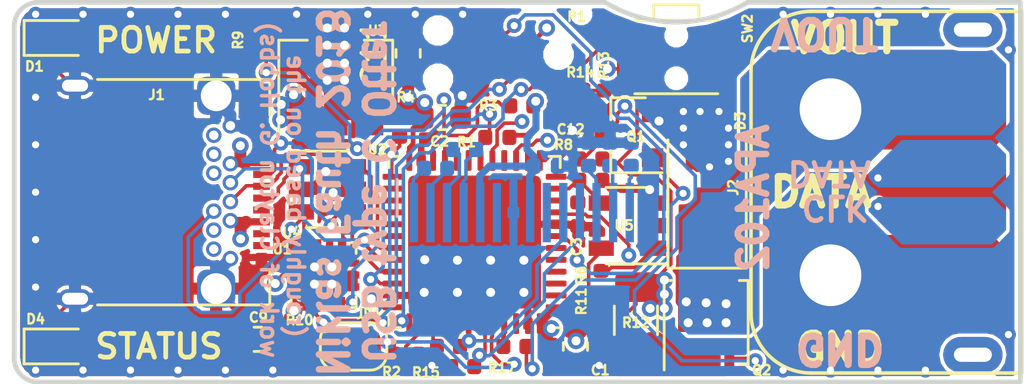
<source format=kicad_pcb>
(kicad_pcb (version 20171130) (host pcbnew 5.0.1-33cea8e~68~ubuntu18.04.1)
  (title_block (title "PD Buddy Sink") (rev next))
  (layers (0 F.Cu signal) (1 In1.Cu signal) (2 In2.Cu signal) (31 B.Cu signal) (34 B.Paste user hide) (35 F.Paste user hide) (36 B.SilkS user) (37 F.SilkS user) (38 B.Mask user hide) (39 F.Mask user hide) (44 Edge.Cuts user))
  (net 0 "")
  (net 1 VBUS)
  (net 2 GND)
  (net 3 +3V3)
  (net 4 "Net-(Q1-Pad1)")
  (net 5 "Net-(U2-Pad2)")
  (net 6 "Net-(U2-Pad3)")
  (net 7 "Net-(U2-Pad4)")
  (net 8 "Net-(U2-Pad5)")
  (net 9 "Net-(U2-Pad6)")
  (net 10 "Net-(U2-Pad10)")
  (net 11 "Net-(U2-Pad14)")
  (net 12 "Net-(U2-Pad16)")
  (net 13 "Net-(U2-Pad18)")
  (net 14 "Net-(U2-Pad19)")
  (net 15 "Net-(U2-Pad20)")
  (net 16 "Net-(U2-Pad26)")
  (net 17 "Net-(U2-Pad27)")
  (net 18 "Net-(U2-Pad28)")
  (net 19 "Net-(U2-Pad29)")
  (net 20 "Net-(U2-Pad30)")
  (net 21 "Net-(U2-Pad40)")
  (net 22 "Net-(U2-Pad46)")
  (net 23 "Net-(U2-Pad41)")
  (net 24 "Net-(Q1-Pad3)")
  (net 25 "Net-(P1-Pad6)")
  (net 26 /OUT)
  (net 27 /SETUP)
  (net 28 SCL)
  (net 29 /BOOT)
  (net 30 OUT_CTL)
  (net 31 INT_N)
  (net 32 SDA)
  (net 33 CC2)
  (net 34 "Net-(U1-Pad13)")
  (net 35 "Net-(U1-Pad12)")
  (net 36 CC1)
  (net 37 /nRST)
  (net 38 USB_DN)
  (net 39 USB_DP)
  (net 40 /SWDIO)
  (net 41 /SWCLK)
  (net 42 /STATUS)
  (net 43 "Net-(J1-PadA2)")
  (net 44 "Net-(J1-PadA3)")
  (net 45 "Net-(J1-PadA10)")
  (net 46 "Net-(J1-PadA8)")
  (net 47 "Net-(J1-PadA11)")
  (net 48 "Net-(J1-PadB2)")
  (net 49 "Net-(J1-PadB3)")
  (net 50 "Net-(J1-PadB8)")
  (net 51 "Net-(J1-PadB10)")
  (net 52 "Net-(J1-PadB11)")
  (net 53 "Net-(D1-Pad2)")
  (net 54 "Net-(D4-Pad2)")
  (net 55 "Net-(R9-Pad1)")
  (net 56 "Net-(Q2-Pad1)")
  (net 57 U_OUT)
  (net 58 "Net-(R11-Pad1)")
  (net 59 "Net-(R6-Pad1)")
  (net 60 I_OUT)
  (net 61 MOSI)
  (net 62 SCK)
  (net 63 OLED_SDA)
  (net 64 "Net-(J3-Pad12)")
  (net 65 OLED_SCL)
  (net 66 "Net-(C15-Pad2)")
  (net 67 "Net-(C15-Pad1)")
  (net 68 "Net-(C13-Pad1)")
  (net 69 "Net-(C13-Pad2)")
  (net 70 "Net-(J3-Pad6)")
  (net 71 "Net-(J3-Pad9)")
  (net 72 "Net-(C14-Pad1)")
  (net 73 "Net-(C16-Pad1)")
  (net 74 OLED_PULLUP)
  (module Connector_USB:USB_C_Receptacle_Amphenol_12401548E4-2A (layer F.Cu) (at 90 90 270)
    (fp_text reference J1 (at -4.1 -0.6) (layer F.SilkS) (effects (font (size 0.4 0.4) (thickness 0.1))))
    (fp_text value 12401610E4-2A)
    (pad S1 thru_hole roundrect (at -4.064 -3.113 90) (size 1.6 1.6) (drill oval 1.3) (layers *.Cu *.Mask) (net 2 GND))
    (pad B11 thru_hole circle (at -2.4 -3.01 270) (size 0.65 0.65) (drill 0.4) (layers *.Cu *.Mask) (net 52 "Net-(J1-PadB11)"))
    (pad B10 thru_hole circle (at -1.6 -3.01 270) (size 0.65 0.65) (drill 0.4) (layers *.Cu *.Mask) (net 51 "Net-(J1-PadB10)"))
    (pad B8 thru_hole circle (at -0.8 -3.01 270) (size 0.65 0.65) (drill 0.4) (layers *.Cu *.Mask) (net 50 "Net-(J1-PadB8)"))
    (pad B5 thru_hole circle (at 0.8 -3.01 270) (size 0.65 0.65) (drill 0.4) (layers *.Cu *.Mask) (net 33 CC2))
    (pad B3 thru_hole circle (at 1.6 -3.01 270) (size 0.65 0.65) (drill 0.4) (layers *.Cu *.Mask) (net 49 "Net-(J1-PadB3)"))
    (pad B2 thru_hole circle (at 2.4 -3.01 270) (size 0.65 0.65) (drill 0.4) (layers *.Cu *.Mask) (net 48 "Net-(J1-PadB2)"))
    (pad B12 thru_hole circle (at -2.8 -3.71 270) (size 0.65 0.65) (drill 0.4) (layers *.Cu *.Mask) (net 2 GND))
    (pad B9 thru_hole circle (at -1.2 -3.71 270) (size 0.65 0.65) (drill 0.4) (layers *.Cu *.Mask) (net 1 VBUS))
    (pad B7 thru_hole circle (at -0.4 -3.71 270) (size 0.65 0.65) (drill 0.4) (layers *.Cu *.Mask) (net 38 USB_DN))
    (pad B6 thru_hole circle (at 0.4 -3.71 270) (size 0.65 0.65) (drill 0.4) (layers *.Cu *.Mask) (net 39 USB_DP))
    (pad B4 thru_hole circle (at 1.2 -3.71 270) (size 0.65 0.65) (drill 0.4) (layers *.Cu *.Mask) (net 1 VBUS))
    (pad B1 thru_hole circle (at 2.8 -3.71 270) (size 0.65 0.65) (drill 0.4) (layers *.Cu *.Mask) (net 2 GND))
    (pad S1 thru_hole oval (at -4.49 2.84 270) (size 0.8 1.4) (drill oval 0.5 1.1) (layers *.Cu *.Mask) (net 2 GND))
    (pad S1 thru_hole oval (at 4.49 2.84 270) (size 0.8 1.4) (drill oval 0.5 1.1) (layers *.Cu *.Mask) (net 2 GND))
    (pad S1 thru_hole roundrect (at 4.064 -3.11 270) (size 1.6 1.6) (drill oval 1.3) (layers *.Cu *.Mask) (net 2 GND))
    (pad A11 smd rect (at 2.25 -5.02 270) (size 0.3 0.7) (layers F.Cu F.Paste F.Mask) (net 47 "Net-(J1-PadA11)"))
    (pad A8 smd rect (at 0.75 -5.02 270) (size 0.3 0.7) (layers F.Cu F.Paste F.Mask) (net 46 "Net-(J1-PadA8)"))
    (pad A9 smd rect (at 1.25 -5.02 270) (size 0.3 0.7) (layers F.Cu F.Paste F.Mask) (net 1 VBUS))
    (pad A10 smd rect (at 1.75 -5.02 270) (size 0.3 0.7) (layers F.Cu F.Paste F.Mask) (net 45 "Net-(J1-PadA10)"))
    (pad A12 smd rect (at 2.75 -5.02 270) (size 0.3 0.7) (layers F.Cu F.Paste F.Mask) (net 2 GND))
    (pad A7 smd rect (at 0.25 -5.02 270) (size 0.3 0.7) (layers F.Cu F.Paste F.Mask) (net 38 USB_DN))
    (pad A6 smd rect (at -0.25 -5.02 270) (size 0.3 0.7) (layers F.Cu F.Paste F.Mask) (net 39 USB_DP))
    (pad A5 smd rect (at -0.75 -5.02 270) (size 0.3 0.7) (layers F.Cu F.Paste F.Mask) (net 36 CC1))
    (pad A4 smd rect (at -1.25 -5.02 270) (size 0.3 0.7) (layers F.Cu F.Paste F.Mask) (net 1 VBUS))
    (pad A3 smd rect (at -1.75 -5.02 270) (size 0.3 0.7) (layers F.Cu F.Paste F.Mask) (net 44 "Net-(J1-PadA3)"))
    (pad A2 smd rect (at -2.25 -5.02 270) (size 0.3 0.7) (layers F.Cu F.Paste F.Mask) (net 43 "Net-(J1-PadA2)"))
    (pad A1 smd rect (at -2.75 -5.02 270) (size 0.3 0.7) (layers F.Cu F.Paste F.Mask) (net 2 GND))
  )
  (module Package_DFN_QFN:WQFN-14-1EP_2.5x2.5mm_P0.5mm_EP1.45x1.45mm (layer F.Cu) (at 97.64 93.49)
    (fp_text reference U1 (at -1.74 -1.09) (layer F.SilkS) (effects (font (size 0.4 0.4) (thickness 0.1))))
    (fp_text value FUSB302BMPX)
    (pad 2 smd rect (at -1.215 0) (size 0.58 0.3) (layers F.Cu F.Paste F.Mask) (net 1 VBUS))
    (pad 1 smd rect (at -1.215 -0.5) (size 0.58 0.3) (layers F.Cu F.Paste F.Mask) (net 33 CC2))
    (pad 3 smd rect (at -1.215 0.5) (size 0.58 0.3) (layers F.Cu F.Paste F.Mask) (net 3 +3V3))
    (pad 8 smd rect (at 1.215 0.5) (size 0.58 0.3) (layers F.Cu F.Paste F.Mask) (net 2 GND))
    (pad 10 smd rect (at 1.215 -0.5) (size 0.58 0.3) (layers F.Cu F.Paste F.Mask) (net 36 CC1))
    (pad 9 smd rect (at 1.215 0) (size 0.58 0.3) (layers F.Cu F.Paste F.Mask) (net 2 GND))
    (pad 4 smd rect (at -0.75 1.215) (size 0.3 0.58) (layers F.Cu F.Paste F.Mask) (net 3 +3V3))
    (pad 5 smd rect (at -0.25 1.215) (size 0.3 0.58) (layers F.Cu F.Paste F.Mask) (net 31 INT_N))
    (pad 6 smd rect (at 0.25 1.215) (size 0.3 0.58) (layers F.Cu F.Paste F.Mask) (net 28 SCL))
    (pad 7 smd rect (at 0.75 1.215) (size 0.3 0.58) (layers F.Cu F.Paste F.Mask) (net 32 SDA))
    (pad 11 smd rect (at 0.75 -1.215) (size 0.3 0.58) (layers F.Cu F.Paste F.Mask) (net 36 CC1))
    (pad 12 smd rect (at 0.25 -1.215) (size 0.3 0.58) (layers F.Cu F.Paste F.Mask) (net 35 "Net-(U1-Pad12)"))
    (pad 13 smd rect (at -0.25 -1.215) (size 0.3 0.58) (layers F.Cu F.Paste F.Mask) (net 34 "Net-(U1-Pad13)"))
    (pad 14 smd rect (at -0.75 -1.215) (size 0.3 0.58) (layers F.Cu F.Paste F.Mask) (net 33 CC2))
    (pad 15 smd rect (at 0 0) (size 1.45 1.45) (layers F.Cu F.Mask) (net 2 GND))
  )
  (module Package_DFN_QFN:QFN-48-1EP_7x7mm_P0.5mm_EP5.6x5.6mm (layer F.Cu) (at 104 92.1 180)
    (fp_text reference U2 (at 4.1 3.9 180) (layer F.SilkS) (effects (font (size 0.4 0.4) (thickness 0.1))))
    (fp_text value STM32F072C8Ux)
    (pad 48 smd roundrect (at -2.75 -3.4375 180) (size 0.25 0.875) (layers F.Cu F.Paste F.Mask) (net 3 +3V3))
    (pad 47 smd roundrect (at -2.25 -3.4375 180) (size 0.25 0.875) (layers F.Cu F.Paste F.Mask) (net 2 GND))
    (pad 46 smd roundrect (at -1.75 -3.4375 180) (size 0.25 0.875) (layers F.Cu F.Paste F.Mask) (net 22 "Net-(U2-Pad46)"))
    (pad 45 smd roundrect (at -1.25 -3.4375 180) (size 0.25 0.875) (layers F.Cu F.Paste F.Mask) (net 30 OUT_CTL))
    (pad 44 smd roundrect (at -0.75 -3.4375 180) (size 0.25 0.875) (layers F.Cu F.Paste F.Mask) (net 29 /BOOT))
    (pad 43 smd roundrect (at -0.25 -3.4375 180) (size 0.25 0.875) (layers F.Cu F.Paste F.Mask) (net 63 OLED_SDA))
    (pad 42 smd roundrect (at 0.25 -3.4375 180) (size 0.25 0.875) (layers F.Cu F.Paste F.Mask) (net 65 OLED_SCL))
    (pad 41 smd roundrect (at 0.75 -3.4375 180) (size 0.25 0.875) (layers F.Cu F.Paste F.Mask) (net 23 "Net-(U2-Pad41)"))
    (pad 40 smd roundrect (at 1.25 -3.4375 180) (size 0.25 0.875) (layers F.Cu F.Paste F.Mask) (net 21 "Net-(U2-Pad40)"))
    (pad 39 smd roundrect (at 1.75 -3.4375 180) (size 0.25 0.875) (layers F.Cu F.Paste F.Mask) (net 74 OLED_PULLUP))
    (pad 38 smd roundrect (at 2.25 -3.4375 180) (size 0.25 0.875) (layers F.Cu F.Paste F.Mask) (net 42 /STATUS))
    (pad 37 smd roundrect (at 2.75 -3.4375 180) (size 0.25 0.875) (layers F.Cu F.Paste F.Mask) (net 41 /SWCLK))
    (pad 36 smd roundrect (at 3.4375 -2.75 180) (size 0.875 0.25) (layers F.Cu F.Paste F.Mask) (net 3 +3V3))
    (pad 35 smd roundrect (at 3.4375 -2.25 180) (size 0.875 0.25) (layers F.Cu F.Paste F.Mask) (net 2 GND))
    (pad 34 smd roundrect (at 3.4375 -1.75 180) (size 0.875 0.25) (layers F.Cu F.Paste F.Mask) (net 40 /SWDIO))
    (pad 33 smd roundrect (at 3.4375 -1.25 180) (size 0.875 0.25) (layers F.Cu F.Paste F.Mask) (net 39 USB_DP))
    (pad 32 smd roundrect (at 3.4375 -0.75 180) (size 0.875 0.25) (layers F.Cu F.Paste F.Mask) (net 38 USB_DN))
    (pad 31 smd roundrect (at 3.4375 -0.25 180) (size 0.875 0.25) (layers F.Cu F.Paste F.Mask) (net 55 "Net-(R9-Pad1)"))
    (pad 30 smd roundrect (at 3.4375 0.25 180) (size 0.875 0.25) (layers F.Cu F.Paste F.Mask) (net 20 "Net-(U2-Pad30)"))
    (pad 29 smd roundrect (at 3.4375 0.75 180) (size 0.875 0.25) (layers F.Cu F.Paste F.Mask) (net 19 "Net-(U2-Pad29)"))
    (pad 28 smd roundrect (at 3.4375 1.25 180) (size 0.875 0.25) (layers F.Cu F.Paste F.Mask) (net 18 "Net-(U2-Pad28)"))
    (pad 27 smd roundrect (at 3.4375 1.75 180) (size 0.875 0.25) (layers F.Cu F.Paste F.Mask) (net 17 "Net-(U2-Pad27)"))
    (pad 26 smd roundrect (at 3.4375 2.25 180) (size 0.875 0.25) (layers F.Cu F.Paste F.Mask) (net 16 "Net-(U2-Pad26)"))
    (pad 25 smd roundrect (at 3.4375 2.75 180) (size 0.875 0.25) (layers F.Cu F.Paste F.Mask) (net 31 INT_N))
    (pad 24 smd roundrect (at 2.75 3.4375 180) (size 0.25 0.875) (layers F.Cu F.Paste F.Mask) (net 3 +3V3))
    (pad 23 smd roundrect (at 2.25 3.4375 180) (size 0.25 0.875) (layers F.Cu F.Paste F.Mask) (net 2 GND))
    (pad 22 smd roundrect (at 1.75 3.4375 180) (size 0.25 0.875) (layers F.Cu F.Paste F.Mask) (net 32 SDA))
    (pad 21 smd roundrect (at 1.25 3.4375 180) (size 0.25 0.875) (layers F.Cu F.Paste F.Mask) (net 28 SCL))
    (pad 20 smd roundrect (at 0.75 3.4375 180) (size 0.25 0.875) (layers F.Cu F.Paste F.Mask) (net 15 "Net-(U2-Pad20)"))
    (pad 19 smd roundrect (at 0.25 3.4375 180) (size 0.25 0.875) (layers F.Cu F.Paste F.Mask) (net 14 "Net-(U2-Pad19)"))
    (pad 18 smd roundrect (at -0.25 3.4375 180) (size 0.25 0.875) (layers F.Cu F.Paste F.Mask) (net 13 "Net-(U2-Pad18)"))
    (pad 17 smd roundrect (at -0.75 3.4375 180) (size 0.25 0.875) (layers F.Cu F.Paste F.Mask) (net 61 MOSI))
    (pad 16 smd roundrect (at -1.25 3.4375 180) (size 0.25 0.875) (layers F.Cu F.Paste F.Mask) (net 12 "Net-(U2-Pad16)"))
    (pad 15 smd roundrect (at -1.75 3.4375 180) (size 0.25 0.875) (layers F.Cu F.Paste F.Mask) (net 62 SCK))
    (pad 14 smd roundrect (at -2.25 3.4375 180) (size 0.25 0.875) (layers F.Cu F.Paste F.Mask) (net 11 "Net-(U2-Pad14)"))
    (pad 13 smd roundrect (at -2.75 3.4375 180) (size 0.25 0.875) (layers F.Cu F.Paste F.Mask) (net 27 /SETUP))
    (pad 12 smd roundrect (at -3.4375 2.75 180) (size 0.875 0.25) (layers F.Cu F.Paste F.Mask) (net 57 U_OUT))
    (pad 11 smd roundrect (at -3.4375 2.25 180) (size 0.875 0.25) (layers F.Cu F.Paste F.Mask) (net 60 I_OUT))
    (pad 10 smd roundrect (at -3.4375 1.75 180) (size 0.875 0.25) (layers F.Cu F.Paste F.Mask) (net 10 "Net-(U2-Pad10)"))
    (pad 9 smd roundrect (at -3.4375 1.25 180) (size 0.875 0.25) (layers F.Cu F.Paste F.Mask) (net 3 +3V3))
    (pad 8 smd roundrect (at -3.4375 0.75 180) (size 0.875 0.25) (layers F.Cu F.Paste F.Mask) (net 2 GND))
    (pad 7 smd roundrect (at -3.4375 0.25 180) (size 0.875 0.25) (layers F.Cu F.Paste F.Mask) (net 37 /nRST))
    (pad 6 smd roundrect (at -3.4375 -0.25 180) (size 0.875 0.25) (layers F.Cu F.Paste F.Mask) (net 9 "Net-(U2-Pad6)"))
    (pad 5 smd roundrect (at -3.4375 -0.75 180) (size 0.875 0.25) (layers F.Cu F.Paste F.Mask) (net 8 "Net-(U2-Pad5)"))
    (pad 4 smd roundrect (at -3.4375 -1.25 180) (size 0.875 0.25) (layers F.Cu F.Paste F.Mask) (net 7 "Net-(U2-Pad4)"))
    (pad 3 smd roundrect (at -3.4375 -1.75 180) (size 0.875 0.25) (layers F.Cu F.Paste F.Mask) (net 6 "Net-(U2-Pad3)"))
    (pad 2 smd roundrect (at -3.4375 -2.25 180) (size 0.875 0.25) (layers F.Cu F.Paste F.Mask) (net 5 "Net-(U2-Pad2)"))
    (pad 1 smd roundrect (at -3.4375 -2.75 180) (size 0.875 0.25) (layers F.Cu F.Paste F.Mask) (net 3 +3V3))
    (pad 49 smd roundrect (at 0 0 180) (size 5.6 5.6) (layers F.Cu F.Mask) (roundrect_rratio 0.044643) (net 2 GND))
  )
  (module Capacitor_SMD:C_0402_1005Metric (layer F.Cu) (at 108.35 90.93 270)
    (fp_text reference C3 (at 1.37 0.05 90) (layer F.SilkS) (effects (font (size 0.4 0.4) (thickness 0.1))))
    (fp_text value 0.1μF)
    (pad 1 smd roundrect (at -0.5 0 270) (size 0.59 0.64) (layers F.Cu F.Paste F.Mask) (net 60 I_OUT))
    (pad 2 smd roundrect (at 0.5 0 270) (size 0.59 0.64) (layers F.Cu F.Paste F.Mask) (net 2 GND))
  )
  (module Connector_Harwin:Harwin_M20-89014xx_1x14_P2.54mm_Horizontal (layer B.Cu) (at 106.34 96.46 270)
    (fp_text reference J3 hide)
    (fp_text value Conn_01x14 hide)
    (pad 1 smd rect (at -5.6 4.9 270) (size 2.5 0.35) (layers B.Cu B.Paste B.Mask) (net 66 "Net-(C15-Pad2)"))
    (pad 2 smd rect (at -5.6 4.2 270) (size 2.5 0.35) (layers B.Cu B.Paste B.Mask) (net 67 "Net-(C15-Pad1)"))
    (pad 3 smd rect (at -5.6 3.5 270) (size 2.5 0.35) (layers B.Cu B.Paste B.Mask) (net 68 "Net-(C13-Pad1)"))
    (pad 4 smd rect (at -5.6 2.8 270) (size 2.5 0.35) (layers B.Cu B.Paste B.Mask) (net 69 "Net-(C13-Pad2)"))
    (pad 5 smd rect (at -5.6 2.1 270) (size 2.5 0.35) (layers B.Cu B.Paste B.Mask) (net 3 +3V3))
    (pad 6 smd rect (at -5.6 1.4 270) (size 2.5 0.35) (layers B.Cu B.Paste B.Mask) (net 70 "Net-(J3-Pad6)"))
    (pad 7 smd rect (at -5.6 0.7 270) (size 2.5 0.35) (layers B.Cu B.Paste B.Mask) (net 2 GND))
    (pad 8 smd rect (at -5.6 0 270) (size 2.5 0.35) (layers B.Cu B.Paste B.Mask) (net 3 +3V3))
    (pad 9 smd rect (at -5.6 -0.7 270) (size 2.5 0.35) (layers B.Cu B.Paste B.Mask) (net 71 "Net-(J3-Pad9)"))
    (pad 10 smd rect (at -5.6 -1.4 270) (size 2.5 0.35) (layers B.Cu B.Paste B.Mask) (net 65 OLED_SCL))
    (pad 11 smd rect (at -5.6 -2.1 270) (size 2.5 0.35) (layers B.Cu B.Paste B.Mask) (net 63 OLED_SDA))
    (pad 12 smd rect (at -5.6 -2.8 270) (size 2.5 0.35) (layers B.Cu B.Paste B.Mask) (net 64 "Net-(J3-Pad12)"))
    (pad 13 smd rect (at -5.6 -3.5 270) (size 2.5 0.35) (layers B.Cu B.Paste B.Mask) (net 72 "Net-(C14-Pad1)"))
    (pad 14 smd rect (at -5.6 -4.2 270) (size 2.5 0.35) (layers B.Cu B.Paste B.Mask) (net 73 "Net-(C16-Pad1)"))
  )
  (module Capacitor_SMD:C_0402_1005Metric (layer B.Cu) (at 109.7 88.4 90)
    (fp_text reference C14 hide)
    (fp_text value 1uF)
    (pad 1 smd roundrect (at -0.485 0 90) (size 0.59 0.64) (layers B.Cu B.Paste B.Mask) (net 72 "Net-(C14-Pad1)"))
    (pad 2 smd roundrect (at 0.485 0 90) (size 0.59 0.64) (layers B.Cu B.Paste B.Mask) (net 2 GND))
  )
  (module Capacitor_SMD:C_0402_1005Metric (layer B.Cu) (at 102.36 88.99 180)
    (fp_text reference C15 hide)
    (fp_text value 1uF)
    (pad 1 smd roundrect (at -0.485 0 180) (size 0.59 0.64) (layers B.Cu B.Paste B.Mask) (net 67 "Net-(C15-Pad1)"))
    (pad 2 smd roundrect (at 0.485 0 180) (size 0.59 0.64) (layers B.Cu B.Paste B.Mask) (net 66 "Net-(C15-Pad2)"))
  )
  (module Capacitor_SMD:C_0402_1005Metric (layer B.Cu) (at 110.6 88.4 90)
    (fp_text reference C16 hide)
    (fp_text value 1uF)
    (pad 2 smd roundrect (at 0.485 0 90) (size 0.59 0.64) (layers B.Cu B.Paste B.Mask) (net 2 GND))
    (pad 1 smd roundrect (at -0.485 0 90) (size 0.59 0.64) (layers B.Cu B.Paste B.Mask) (net 73 "Net-(C16-Pad1)"))
  )
  (module Capacitor_SMD:C_0402_1005Metric (layer B.Cu) (at 103.58 88.2)
    (fp_text reference C13 hide)
    (fp_text value 1uF)
    (pad 1 smd roundrect (at -0.485 0) (size 0.59 0.64) (layers B.Cu B.Paste B.Mask) (net 68 "Net-(C13-Pad1)"))
    (pad 2 smd roundrect (at 0.485 0) (size 0.59 0.64) (layers B.Cu B.Paste B.Mask) (net 69 "Net-(C13-Pad2)"))
  )
  (module Resistor_SMD:R_0402_1005Metric (layer F.Cu) (at 102.9 96.5 180)
    (fp_text reference R15 (at 0.95 -1.1 180) (layer F.SilkS) (effects (font (size 0.4 0.4) (thickness 0.1))))
    (fp_text value 2kΩ)
    (pad 1 smd roundrect (at -0.485 0 180) (size 0.59 0.64) (layers F.Cu F.Paste F.Mask) (net 65 OLED_SCL))
    (pad 2 smd roundrect (at 0.485 0 180) (size 0.59 0.64) (layers F.Cu F.Paste F.Mask) (net 74 OLED_PULLUP))
  )
  (module Resistor_SMD:R_0402_1005Metric (layer B.Cu) (at 108.8 88.4 90)
    (fp_text reference R16 hide)
    (fp_text value 560k)
    (pad 2 smd roundrect (at 0.485 0 90) (size 0.59 0.64) (layers B.Cu B.Paste B.Mask) (net 2 GND))
    (pad 1 smd roundrect (at -0.485 0 90) (size 0.59 0.64) (layers B.Cu B.Paste B.Mask) (net 64 "Net-(J3-Pad12)"))
  )
  (module Resistor_SMD:R_0402_1005Metric (layer F.Cu) (at 103.5 97.35 180)
    (fp_text reference R17 (at -1.65 -0.05 180) (layer F.SilkS) (effects (font (size 0.4 0.4) (thickness 0.1))))
    (fp_text value 2kΩ)
    (pad 1 smd roundrect (at -0.485 0 180) (size 0.59 0.64) (layers F.Cu F.Paste F.Mask) (net 63 OLED_SDA))
    (pad 2 smd roundrect (at 0.485 0 180) (size 0.59 0.64) (layers F.Cu F.Paste F.Mask) (net 74 OLED_PULLUP))
  )
  (module Resistor_SMD:R_0402_1005Metric (layer F.Cu) (at 104.96 87.69)
    (fp_text reference R1 (at -1.3 0.2) (layer F.SilkS) (effects (font (size 0.4 0.4) (thickness 0.1))))
    (fp_text value 2kΩ)
    (pad 2 smd roundrect (at 0.508 0) (size 0.59 0.64) (layers F.Cu F.Paste F.Mask) (net 3 +3V3))
    (pad 1 smd roundrect (at -0.508 0) (size 0.59 0.64) (layers F.Cu F.Paste F.Mask) (net 28 SCL))
  )
  (module otter:XT60_angle (layer F.Cu) (at 122 90 270)
    (fp_text reference J2 (at -0.2 7.1 90 unlocked) (layer F.SilkS) (effects (font (size 0.4 0.4) (thickness 0.1))))
    (fp_text value "5-20 V⎓")
    (pad "" thru_hole oval (at -6.85 -3 270) (size 1.5 2.5) (drill oval 0.6 1.6) (layers *.Cu *.Mask))
    (pad "" thru_hole oval (at 6.85 -3 270) (size 1.5 2.5) (drill oval 0.6 1.6) (layers *.Cu *.Mask))
    (pad 1 thru_hole circle (at -3.5 3 270) (size 4 4) (drill 2.6) (layers *.Cu *.Mask) (net 26 /OUT))
    (pad 2 thru_hole circle (at 3.5 3 270) (size 4 4) (drill 2.6) (layers *.Cu *.Mask) (net 2 GND))
  )
  (module Package_TO_SOT_SMD:SOT-89-3 (layer F.Cu) (at 98.15 85.3738 90)
    (fp_text reference U3 (at 2.18 1.76 180) (layer F.SilkS) (effects (font (size 0.4 0.4) (thickness 0.1))))
    (fp_text value AP2204R-3.3)
    (pad 2 smd trapezoid (at -0.0762 0 180) (size 1.5 1) (rect_delta 0 0.7) (layers F.Cu F.Paste F.Mask) (net 2 GND))
    (pad 2 smd rect (at 1.3335 0) (size 2.2 1.84) (layers F.Cu F.Paste F.Mask) (net 2 GND))
    (pad 3 smd rect (at -1.48 1.5) (size 1 1.5) (layers F.Cu F.Paste F.Mask) (net 3 +3V3))
    (pad 2 smd rect (at -1.3335 0) (size 1 1.8) (layers F.Cu F.Paste F.Mask) (net 2 GND))
    (pad 1 smd rect (at -1.48 -1.5) (size 1 1.5) (layers F.Cu F.Paste F.Mask) (net 1 VBUS))
    (pad 2 smd trapezoid (at 2.667 0) (size 1.6 0.85) (rect_delta 0 0.6) (layers F.Cu F.Paste F.Mask) (net 2 GND))
  )
  (module Package_TO_SOT_SMD:SOT-23 (layer F.Cu) (at 110.5 87.6 180)
    (fp_text reference Q1 (at -0.3 -0.05 180) (layer F.SilkS) (effects (font (size 0.4 0.4) (thickness 0.1))))
    (fp_text value MMBT3904)
    (pad 3 smd rect (at 1 0 180) (size 0.9 0.8) (layers F.Cu F.Paste F.Mask) (net 24 "Net-(Q1-Pad3)"))
    (pad 2 smd rect (at -1 0.95 180) (size 0.9 0.8) (layers F.Cu F.Paste F.Mask) (net 2 GND))
    (pad 1 smd rect (at -1 -0.95 180) (size 0.9 0.8) (layers F.Cu F.Paste F.Mask) (net 4 "Net-(Q1-Pad1)"))
  )
  (module Package_SON:Diodes_PowerDI3333-8 (layer F.Cu) (at 113.76 95.49 90)
    (fp_text reference Q2 (at -2.01 2.34) (layer F.SilkS) (effects (font (size 0.4 0.4) (thickness 0.1))))
    (fp_text value DMP3017SFG)
    (pad 5 smd custom (at 0.455 0 90) (size 1.71 2.37) (layers F.Cu F.Mask) (net 26 /OUT) (options (clearance outline) (anchor rect)) (primitives (gr_poly (pts (xy 0.855 1.185) (xy 1.395 1.185) (xy 1.395 0.765) (xy 0.855 0.765)) (width 0)) (gr_poly (pts (xy 0.855 0.535) (xy 1.395 0.535) (xy 1.395 0.115) (xy 0.855 0.115)) (width 0)) (gr_poly (pts (xy 0.855 -0.115) (xy 1.395 -0.115) (xy 1.395 -0.535) (xy 0.855 -0.535)) (width 0)) (gr_poly (pts (xy 0.855 -0.765) (xy 1.395 -0.765) (xy 1.395 -1.185) (xy 0.855 -1.185)) (width 0))))
    (pad 4 smd rect (at -1.5 0.975 90) (size 0.7 0.42) (layers F.Cu F.Paste F.Mask) (net 24 "Net-(Q1-Pad3)"))
    (pad 2 smd rect (at -1.5 -0.325 90) (size 0.7 0.42) (layers F.Cu F.Paste F.Mask) (net 56 "Net-(Q2-Pad1)"))
    (pad 3 smd rect (at -1.5 0.325 90) (size 0.7 0.42) (layers F.Cu F.Paste F.Mask) (net 56 "Net-(Q2-Pad1)"))
    (pad 1 smd rect (at -1.5 -0.975 90) (size 0.7 0.42) (layers F.Cu F.Paste F.Mask) (net 56 "Net-(Q2-Pad1)"))
  )
  (module LED_SMD:LED_0603_1608Metric (layer F.Cu) (at 86.5 96.5)
    (fp_text reference D4 (at -1 -1.15) (layer F.SilkS) (effects (font (size 0.4 0.4) (thickness 0.1))))
    (fp_text value Status)
    (pad 2 smd roundrect (at 0.7875 0) (size 0.875 0.95) (layers F.Cu F.Paste F.Mask) (net 54 "Net-(D4-Pad2)"))
    (pad 1 smd roundrect (at -0.7875 0) (size 0.875 0.95) (layers F.Cu F.Paste F.Mask) (net 2 GND))
  )
  (module Jumper:SolderJumper-2_P1.3mm_Open_RoundedPad1.0x1.5mm (layer F.Cu) (at 98.9 96.5)
    (fp_text reference JP1 (at 0.65 -1.37) (layer F.SilkS) (effects (font (size 0.4 0.4) (thickness 0.1))))
    (fp_text value Boot)
    (pad 2 smd custom (at 0.65 0) (size 1 0.5) (layers F.Cu F.Mask) (net 29 /BOOT) (options (clearance outline) (anchor rect)) (primitives (gr_circle (center 0 0.25) (end 0.5 0.25) (width 0)) (gr_circle (center 0 -0.25) (end 0.5 -0.25) (width 0)) (gr_poly (pts (xy 0 -0.75) (xy -0.5 -0.75) (xy -0.5 0.75) (xy 0 0.75)) (width 0))))
    (pad 1 smd custom (at -0.65 0) (size 1 0.5) (layers F.Cu F.Mask) (net 3 +3V3) (options (clearance outline) (anchor rect)) (primitives (gr_circle (center 0 0.25) (end 0.5 0.25) (width 0)) (gr_circle (center 0 -0.25) (end 0.5 -0.25) (width 0)) (gr_poly (pts (xy 0 -0.75) (xy 0.5 -0.75) (xy 0.5 0.75) (xy 0 0.75)) (width 0))))
  )
  (module Diode_SMD:D_SMA (layer F.Cu) (at 113.8 89.8 90)
    (fp_text reference D3 (at 2.8 1.4 270) (layer F.SilkS) (effects (font (size 0.4 0.4) (thickness 0.1))))
    (fp_text value B140-E3)
    (pad 2 smd rect (at 2 0 90) (size 2.5 1.8) (layers F.Cu F.Paste F.Mask) (net 2 GND))
    (pad 1 smd rect (at -2 0 90) (size 2.5 1.8) (layers F.Cu F.Paste F.Mask) (net 26 /OUT))
  )
  (module Capacitor_SMD:C_0603_1608Metric (layer F.Cu) (at 108.25 96.5 270)
    (fp_text reference C1 (at 1 -1.05) (layer F.SilkS) (effects (font (size 0.4 0.4) (thickness 0.1))))
    (fp_text value "1.0μF 25V")
    (pad 2 smd roundrect (at 0.7875 0 270) (size 0.875 0.95) (layers F.Cu F.Paste F.Mask) (net 2 GND))
    (pad 1 smd roundrect (at -0.7875 0 270) (size 0.875 0.95) (layers F.Cu F.Paste F.Mask) (net 1 VBUS))
  )
  (module Capacitor_SMD:C_0603_1608Metric (layer F.Cu) (at 102.62 86.85)
    (fp_text reference C2 (at -0.09 1.01) (layer F.SilkS) (effects (font (size 0.4 0.4) (thickness 0.1))))
    (fp_text value 2.2μF)
    (pad 2 smd roundrect (at 0.7875 0) (size 0.875 0.95) (layers F.Cu F.Paste F.Mask) (net 2 GND))
    (pad 1 smd roundrect (at -0.7875 0) (size 0.875 0.95) (layers F.Cu F.Paste F.Mask) (net 3 +3V3))
  )
  (module Package_TO_SOT_SMD:SOT-23-6 (layer F.Cu) (at 97.8 89.88)
    (fp_text reference U4 (at -1.5 1.82) (layer F.SilkS) (effects (font (size 0.4 0.4) (thickness 0.1))))
    (fp_text value USBLC6-2SC6)
    (pad 5 smd rect (at 1.1 0) (size 1.06 0.65) (layers F.Cu F.Paste F.Mask) (net 3 +3V3))
    (pad 6 smd rect (at 1.1 -0.95) (size 1.06 0.65) (layers F.Cu F.Paste F.Mask) (net 39 USB_DP))
    (pad 4 smd rect (at 1.1 0.95) (size 1.06 0.65) (layers F.Cu F.Paste F.Mask) (net 36 CC1))
    (pad 3 smd rect (at -1.1 0.95) (size 1.06 0.65) (layers F.Cu F.Paste F.Mask) (net 33 CC2))
    (pad 2 smd rect (at -1.1 0) (size 1.06 0.65) (layers F.Cu F.Paste F.Mask) (net 2 GND))
    (pad 1 smd rect (at -1.1 -0.95) (size 1.06 0.65) (layers F.Cu F.Paste F.Mask) (net 38 USB_DN))
  )
  (module LED_SMD:LED_0603_1608Metric (layer F.Cu) (at 86.5 83.5)
    (fp_text reference D1 (at -1.05 1.2) (layer F.SilkS) (effects (font (size 0.4 0.4) (thickness 0.1))))
    (fp_text value Power)
    (pad 2 smd roundrect (at 0.7875 0) (size 0.875 0.95) (layers F.Cu F.Paste F.Mask) (net 53 "Net-(D1-Pad2)"))
    (pad 1 smd roundrect (at -0.7875 0) (size 0.875 0.95) (layers F.Cu F.Paste F.Mask) (net 2 GND))
  )
  (module Capacitor_SMD:C_0603_1608Metric (layer F.Cu) (at 94.87 96.2 180)
    (fp_text reference C9 (at -0.02 0.92 180) (layer F.SilkS) (effects (font (size 0.4 0.4) (thickness 0.1))))
    (fp_text value 1μF)
    (pad 2 smd roundrect (at 0.7875 0 180) (size 0.875 0.95) (layers F.Cu F.Paste F.Mask) (net 2 GND))
    (pad 1 smd roundrect (at -0.7875 0 180) (size 0.875 0.95) (layers F.Cu F.Paste F.Mask) (net 3 +3V3))
  )
  (module Resistor_SMD:R_0402_1005Metric (layer F.Cu) (at 96.68 96.59 270)
    (fp_text reference R10 (at -1.2 0.06) (layer F.SilkS) (effects (font (size 0.4 0.4) (thickness 0.1))))
    (fp_text value 1k)
    (pad 2 smd roundrect (at 0.485 0 270) (size 0.59 0.64) (layers F.Cu F.Paste F.Mask) (net 54 "Net-(D4-Pad2)"))
    (pad 1 smd roundrect (at -0.485 0 270) (size 0.59 0.64) (layers F.Cu F.Paste F.Mask) (net 42 /STATUS))
  )
  (module Resistor_SMD:R_0402_1005Metric (layer F.Cu) (at 95.2 83.59 90)
    (fp_text reference R9 (at 0 -1.17 90) (layer F.SilkS) (effects (font (size 0.4 0.4) (thickness 0.1))))
    (fp_text value 1k)
    (pad 2 smd roundrect (at 0.485 0 90) (size 0.59 0.64) (layers F.Cu F.Paste F.Mask) (net 53 "Net-(D1-Pad2)"))
    (pad 1 smd roundrect (at -0.485 0 90) (size 0.59 0.64) (layers F.Cu F.Paste F.Mask) (net 55 "Net-(R9-Pad1)"))
  )
  (module Resistor_SMD:R_0402_1005Metric (layer F.Cu) (at 108.9 88.6 180)
    (fp_text reference R8 (at 1.15 0.6 180) (layer F.SilkS) (effects (font (size 0.4 0.4) (thickness 0.1))))
    (fp_text value 100kΩ)
    (pad 2 smd roundrect (at 0.485 0 180) (size 0.59 0.64) (layers F.Cu F.Paste F.Mask) (net 24 "Net-(Q1-Pad3)"))
    (pad 1 smd roundrect (at -0.485 0 180) (size 0.59 0.64) (layers F.Cu F.Paste F.Mask) (net 1 VBUS))
  )
  (module Resistor_SMD:R_0402_1005Metric (layer F.Cu) (at 105.7 96.5)
    (fp_text reference R7 hide)
    (fp_text value 2kΩ)
    (pad 2 smd roundrect (at 0.485 0) (size 0.59 0.64) (layers F.Cu F.Paste F.Mask) (net 4 "Net-(Q1-Pad1)"))
    (pad 1 smd roundrect (at -0.485 0) (size 0.59 0.64) (layers F.Cu F.Paste F.Mask) (net 30 OUT_CTL))
  )
  (module Resistor_SMD:R_0402_1005Metric (layer F.Cu) (at 100.84 87.18 90)
    (fp_text reference R4 (at 1.18 0.26 180) (layer F.SilkS) (effects (font (size 0.4 0.4) (thickness 0.1))))
    (fp_text value 2kΩ)
    (pad 2 smd roundrect (at 0.485 0 90) (size 0.59 0.64) (layers F.Cu F.Paste F.Mask) (net 3 +3V3))
    (pad 1 smd roundrect (at -0.485 0 90) (size 0.59 0.64) (layers F.Cu F.Paste F.Mask) (net 31 INT_N))
  )
  (module Resistor_SMD:R_0402_1005Metric (layer F.Cu) (at 105.99 86.36)
    (fp_text reference R3 (at -1.41 -0.01) (layer F.SilkS) (effects (font (size 0.4 0.4) (thickness 0.1))))
    (fp_text value 2kΩ)
    (pad 2 smd roundrect (at 0.485 0) (size 0.59 0.64) (layers F.Cu F.Paste F.Mask) (net 3 +3V3))
    (pad 1 smd roundrect (at -0.485 0) (size 0.59 0.64) (layers F.Cu F.Paste F.Mask) (net 32 SDA))
  )
  (module Capacitor_SMD:C_0402_1005Metric (layer F.Cu) (at 107.2 96.91 270)
    (fp_text reference C8 hide)
    (fp_text value 0.1μF)
    (pad 2 smd roundrect (at 0.485 0 270) (size 0.59 0.64) (layers F.Cu F.Paste F.Mask) (net 2 GND))
    (pad 1 smd roundrect (at -0.485 0 270) (size 0.59 0.64) (layers F.Cu F.Paste F.Mask) (net 3 +3V3))
  )
  (module Resistor_SMD:R_1206_3216Metric (layer F.Cu) (at 110.8 95.4 270)
    (fp_text reference R12 (at 0.1 0) (layer F.SilkS) (effects (font (size 0.4 0.4) (thickness 0.1))))
    (fp_text value 10m)
    (pad 1 smd roundrect (at -1.4 0 270) (size 1.25 1.75) (layers F.Cu F.Paste F.Mask) (roundrect_rratio 0.2) (net 1 VBUS))
    (pad 2 smd roundrect (at 1.4 0 270) (size 1.25 1.75) (layers F.Cu F.Paste F.Mask) (roundrect_rratio 0.2) (net 56 "Net-(Q2-Pad1)"))
  )
  (module Resistor_SMD:R_0402_1005Metric (layer F.Cu) (at 108.1 85.7 180)
    (fp_text reference R14 (at -0.35 0.75 180) (layer F.SilkS) (effects (font (size 0.4 0.4) (thickness 0.1))))
    (fp_text value 1k)
    (pad 1 smd roundrect (at -0.485 0 180) (size 0.59 0.64) (layers F.Cu F.Paste F.Mask) (net 57 U_OUT))
    (pad 2 smd roundrect (at 0.485 0 180) (size 0.59 0.64) (layers F.Cu F.Paste F.Mask) (net 2 GND))
  )
  (module Resistor_SMD:R_0402_1005Metric (layer F.Cu) (at 109.45 86.2 90)
    (fp_text reference R13 (at 1.55 0 270) (layer F.SilkS) (effects (font (size 0.4 0.4) (thickness 0.1))))
    (fp_text value 1k)
    (pad 2 smd roundrect (at 0.485 0 90) (size 0.59 0.64) (layers F.Cu F.Paste F.Mask) (net 57 U_OUT))
    (pad 1 smd roundrect (at -0.485 0 90) (size 0.59 0.64) (layers F.Cu F.Paste F.Mask) (net 1 VBUS))
  )
  (module Resistor_SMD:R_0402_1005Metric (layer F.Cu) (at 109.3 95.8 270)
    (fp_text reference R11 (at -1.2 0.8 90) (layer F.SilkS) (effects (font (size 0.4 0.4) (thickness 0.1))))
    (fp_text value 15)
    (pad 1 smd roundrect (at -0.485 0 270) (size 0.59 0.64) (layers F.Cu F.Paste F.Mask) (net 58 "Net-(R11-Pad1)"))
    (pad 2 smd roundrect (at 0.485 0 270) (size 0.59 0.64) (layers F.Cu F.Paste F.Mask) (net 56 "Net-(Q2-Pad1)"))
  )
  (module Resistor_SMD:R_0402_1005Metric (layer F.Cu) (at 109.33 93.8 270)
    (fp_text reference R6 (at -0.3 0.83 270) (layer F.SilkS) (effects (font (size 0.4 0.4) (thickness 0.1))))
    (fp_text value 15)
    (pad 2 smd roundrect (at 0.485 0 270) (size 0.59 0.64) (layers F.Cu F.Paste F.Mask) (net 1 VBUS))
    (pad 1 smd roundrect (at -0.485 0 270) (size 0.59 0.64) (layers F.Cu F.Paste F.Mask) (net 59 "Net-(R6-Pad1)"))
  )
  (module Resistor_SMD:R_0402_1005Metric (layer F.Cu) (at 108.9 89.5)
    (fp_text reference R5 hide)
    (fp_text value 1k)
    (pad 1 smd roundrect (at -0.485 0) (size 0.59 0.64) (layers F.Cu F.Paste F.Mask) (net 60 I_OUT))
    (pad 2 smd roundrect (at 0.485 0) (size 0.59 0.64) (layers F.Cu F.Paste F.Mask) (net 2 GND))
  )
  (module Package_TO_SOT_SMD:SOT-23-5 (layer F.Cu) (at 110.44 91.41 180)
    (fp_text reference U5 (at 0.14 0.01 180) (layer F.SilkS) (effects (font (size 0.4 0.4) (thickness 0.1))))
    (fp_text value Si8540)
    (pad 1 smd rect (at -1.1 -0.95 180) (size 1.06 0.65) (layers F.Cu F.Paste F.Mask) (net 59 "Net-(R6-Pad1)"))
    (pad 2 smd rect (at -1.1 0 180) (size 1.06 0.65) (layers F.Cu F.Paste F.Mask) (net 2 GND))
    (pad 3 smd rect (at -1.1 0.95 180) (size 1.06 0.65) (layers F.Cu F.Paste F.Mask) (net 2 GND))
    (pad 4 smd rect (at 1.1 0.95 180) (size 1.06 0.65) (layers F.Cu F.Paste F.Mask) (net 60 I_OUT))
    (pad 5 smd rect (at 1.1 -0.95 180) (size 1.06 0.65) (layers F.Cu F.Paste F.Mask) (net 58 "Net-(R11-Pad1)"))
  )
  (module Capacitor_SMD:C_0402_1005Metric (layer F.Cu) (at 108.1 86.6 180)
    (fp_text reference C12 (at 0.05 -0.75) (layer F.SilkS) (effects (font (size 0.4 0.4) (thickness 0.1))))
    (fp_text value 0.1μF)
    (pad 2 smd roundrect (at 0.485 0 180) (size 0.59 0.64) (layers F.Cu F.Paste F.Mask) (net 2 GND))
    (pad 1 smd roundrect (at -0.485 0 180) (size 0.59 0.64) (layers F.Cu F.Paste F.Mask) (net 57 U_OUT))
  )
  (module Resistor_SMD:R_0402_1005Metric (layer F.Cu) (at 101.12 96.83 180)
    (fp_text reference R2 (at 0.62 -0.75 180) (layer F.SilkS) (effects (font (size 0.4 0.4) (thickness 0.1))))
    (fp_text value 10kΩ)
    (pad 1 smd roundrect (at -0.508 0 180) (size 0.59 0.64) (layers F.Cu F.Paste F.Mask) (net 2 GND))
    (pad 2 smd roundrect (at 0.508 0 180) (size 0.59 0.64) (layers F.Cu F.Paste F.Mask) (net 29 /BOOT))
  )
  (module Button_Switch_SMD:SW_SPST_EVQP7C (layer F.Cu) (at 112.5 84.3 180)
    (fp_text reference SW2 (at -3 1.2 270) (layer F.SilkS) (effects (font (size 0.4 0.4) (thickness 0.1))))
    (fp_text value Setup)
    (pad "" np_thru_hole circle (at 0 0.9 180) (size 0.7 0.7) (drill 0.7) (layers *.Cu *.Mask))
    (pad "" np_thru_hole circle (at 0 -0.9 180) (size 0.7 0.7) (drill 0.7) (layers *.Cu *.Mask))
    (pad 2 smd rect (at -1.8 0.72 180) (size 1.4 1.05) (layers F.Cu F.Paste F.Mask) (net 27 /SETUP))
    (pad 2 smd rect (at 1.8 0.72 180) (size 1.4 1.05) (layers F.Cu F.Paste F.Mask) (net 27 /SETUP))
    (pad 1 smd rect (at -1.8 -0.72 180) (size 1.4 1.05) (layers F.Cu F.Paste F.Mask) (net 3 +3V3))
    (pad 1 smd rect (at 1.8 -0.72 180) (size 1.4 1.05) (layers F.Cu F.Paste F.Mask) (net 3 +3V3))
  )
  (module Capacitor_SMD:C_0603_1608Metric (layer F.Cu) (at 101.2 84.15 90)
    (fp_text reference C11 (at 0 -1.43 90) (layer F.SilkS))
    (fp_text value 1μF)
    (pad 1 smd roundrect (at -0.7875 0 90) (size 0.875 0.95) (layers F.Cu F.Paste F.Mask) (net 3 +3V3))
    (pad 2 smd roundrect (at 0.7875 0 90) (size 0.875 0.95) (layers F.Cu F.Paste F.Mask) (net 2 GND))
  )
  (module Capacitor_SMD:C_0402_1005Metric (layer B.Cu) (at 107 88.9)
    (fp_text reference C4 hide)
    (fp_text value 0.1μF)
    (pad 2 smd roundrect (at 0.508 0) (size 0.59 0.64) (layers B.Cu B.Paste B.Mask) (net 2 GND))
    (pad 1 smd roundrect (at -0.508 0) (size 0.59 0.64) (layers B.Cu B.Paste B.Mask) (net 3 +3V3))
  )
  (module Tag-Connect:TC2030-NL_SMALL (layer F.Cu) (at 105 84.2 180)
    (fp_text reference P1 (at -3.3 1.6 180) (layer F.SilkS) (effects (font (size 0.4 0.4) (thickness 0.1))))
    (fp_text value TC2030-CTX hide)
    (pad "" np_thru_hole circle (at 2.54 1.016 180) (size 0.98552 0.98552) (drill 0.98552) (layers *.Cu *.Mask F.SilkS))
    (pad "" np_thru_hole circle (at 2.54 -1.016 180) (size 0.98552 0.98552) (drill 0.98552) (layers *.Cu *.Mask F.SilkS))
    (pad "" np_thru_hole circle (at -2.54 0 180) (size 0.98806 0.98806) (drill 0.98806) (layers *.Cu *.Mask F.SilkS))
    (pad 6 connect circle (at 1.27 -0.635 180) (size 0.78486 0.78486) (layers F.Cu F.Mask) (net 25 "Net-(P1-Pad6)"))
    (pad 5 connect circle (at 1.27 0.635 180) (size 0.78486 0.78486) (layers F.Cu F.Mask) (net 2 GND))
    (pad 4 connect circle (at 0 -0.635 180) (size 0.78486 0.78486) (layers F.Cu F.Mask) (net 41 /SWCLK))
    (pad 3 connect circle (at 0 0.635 180) (size 0.78486 0.78486) (layers F.Cu F.Mask) (net 37 /nRST))
    (pad 2 connect circle (at -1.27 -0.635 180) (size 0.78486 0.78486) (layers F.Cu F.Mask) (net 40 /SWDIO))
    (pad 1 connect circle (at -1.27 0.635 180) (size 0.78486 0.78486) (layers F.Cu F.Mask) (net 3 +3V3))
  )
  (gr_text "APA102\n" (at 115.75 90.25 90) (layer B.SilkS) (effects (font (size 1.2 1.1) (thickness 0.275)) (justify mirror)))
  (gr_text "(roughly based on the \nwork of Clayton G. Hobbs)" (at 95.9 89.9 270) (layer B.SilkS) (effects (font (size 0.7 0.7)) (justify mirror)))
  (gr_text "USB type C Otter\nNiklas Fauth 2018\n" (at 98.95 90 270) (layer B.SilkS) (effects (font (size 1.2 1.1) (thickness 0.275)) (justify mirror)))
  (gr_text VOUT (at 118.75 83.3 180) (layer B.SilkS) (effects (font (size 1.2 1.2) (thickness 0.3)) (justify mirror)))
  (gr_text "GND\n" (at 119.4 96.6 180) (layer B.SilkS) (effects (font (size 1.2 1.2) (thickness 0.3)) (justify mirror)))
  (gr_text "CLK\n" (at 119.2 90.65 180) (layer B.SilkS) (effects (font (size 1 1) (thickness 0.2)) (justify mirror)))
  (gr_text DATA (at 118.95 89.2 180) (layer B.SilkS) (effects (font (size 1 1) (thickness 0.2)) (justify mirror)))
  (gr_text VOUT (at 119.6 83.5) (layer F.SilkS) (effects (font (size 1.2 1.2) (thickness 0.3))))
  (gr_text "GND\n" (at 119.4 96.6) (layer F.SilkS) (effects (font (size 1.2 1.2) (thickness 0.3))))
  (gr_text DATA (at 118.6 90) (layer F.SilkS) (effects (font (size 1.2 1.2) (thickness 0.3))))
  (gr_text "STATUS\n" (at 87.9 96.5) (layer F.SilkS) (effects (font (size 1 1) (thickness 0.2)) (justify left)))
  (gr_text "POWER\n" (at 87.9 83.6) (layer F.SilkS) (effects (font (size 1 1) (thickness 0.2)) (justify left)))
  (gr_arc (start 112.5 77) (end 109.500001 81.999999) (angle -61.92751306) (layer Edge.Cuts) (width 0.2))
  (gr_line (start 115.5 82) (end 127 82) (layer Edge.Cuts) (width 0.2))
  (gr_line (start 85.6 82) (end 109.5 82) (layer Edge.Cuts) (width 0.2))
  (gr_arc (start 85.6 97) (end 84.6 97) (angle -90) (layer Edge.Cuts) (width 0.2))
  (gr_arc (start 85.6 83) (end 85.6 82) (angle -90) (layer Edge.Cuts) (width 0.2))
  (gr_line (start 127 82) (end 127 98) (layer Edge.Cuts) (width 0.2))
  (gr_line (start 85.6 98) (end 127 98) (layer Edge.Cuts) (width 0.2))
  (gr_line (start 84.6 83) (end 84.6 97) (layer Edge.Cuts) (width 0.2))
  (segment (start 94.37 88.75) (end 94.32 88.8) (width 0.3) (layer F.Cu) (net 1))
  (segment (start 95.02 88.75) (end 94.37 88.75) (width 0.3) (layer F.Cu) (net 1))
  (segment (start 94.32 88.8) (end 93.71 88.8) (width 0.3) (layer F.Cu) (net 1))
  (segment (start 94.37 91.25) (end 94.31 91.19) (width 0.3) (layer F.Cu) (net 1))
  (segment (start 95.02 91.25) (end 94.37 91.25) (width 0.3) (layer F.Cu) (net 1))
  (segment (start 94.31 91.19) (end 93.73 91.19) (width 0.3) (layer F.Cu) (net 1))
  (segment (start 110.8 94.725) (end 110.525 95) (width 0.15) (layer F.Cu) (net 1))
  (segment (start 110.8 94) (end 110.8 94.725) (width 0.15) (layer F.Cu) (net 1))
  (segment (start 110.525 95) (end 110 95) (width 0.15) (layer F.Cu) (net 1))
  (segment (start 110 95) (end 109.4 94.4) (width 0.15) (layer F.Cu) (net 1))
  (segment (start 109.4 94.4) (end 109.2 94.4) (width 0.15) (layer F.Cu) (net 1))
  (segment (start 110.8 94) (end 111.1 94) (width 0.5) (layer F.Cu) (net 1))
  (via (at 112 93.7) (size 0.7) (drill 0.38) (layers F.Cu B.Cu) (net 1))
  (segment (start 111.1 94) (end 111.4 93.7) (width 0.5) (layer F.Cu) (net 1))
  (segment (start 111.4 93.7) (end 112 93.7) (width 0.5) (layer F.Cu) (net 1))
  (via (at 112 94.3) (size 0.7) (drill 0.38) (layers F.Cu B.Cu) (net 1))
  (segment (start 110.8 94) (end 111.7 94) (width 0.5) (layer F.Cu) (net 1))
  (segment (start 111.7 94) (end 112 94.3) (width 0.5) (layer F.Cu) (net 1))
  (via (at 112 94.9) (size 0.7) (drill 0.38) (layers F.Cu B.Cu) (net 1))
  (segment (start 111.1 94) (end 112 94.9) (width 0.5) (layer F.Cu) (net 1))
  (via (at 111.400004 94.9) (size 0.7) (drill 0.38) (layers F.Cu B.Cu) (net 1))
  (segment (start 111.1 94) (end 111.400004 94.300004) (width 0.5) (layer F.Cu) (net 1))
  (segment (start 111.400004 94.405026) (end 111.400004 94.9) (width 0.5) (layer F.Cu) (net 1))
  (segment (start 111.400004 94.300004) (end 111.400004 94.405026) (width 0.5) (layer F.Cu) (net 1))
  (segment (start 96.74 86.96) (end 95.74 86.96) (width 0.5) (layer F.Cu) (net 1))
  (via (at 95.823735 86.952843) (size 0.7) (drill 0.38) (layers F.Cu B.Cu) (net 1))
  (segment (start 95.74 86.96) (end 95.816578 86.96) (width 0.5) (layer F.Cu) (net 1))
  (segment (start 95.816578 86.96) (end 95.823735 86.952843) (width 0.5) (layer F.Cu) (net 1))
  (via (at 95.85 86.3) (size 0.7) (drill 0.38) (layers F.Cu B.Cu) (net 1))
  (segment (start 96.74 86.96) (end 96.51 86.96) (width 0.5) (layer F.Cu) (net 1))
  (segment (start 96.51 86.96) (end 95.85 86.3) (width 0.5) (layer F.Cu) (net 1))
  (via (at 96.37 85.89) (size 0.7) (drill 0.38) (layers F.Cu B.Cu) (net 1))
  (segment (start 96.74 86.96) (end 96.74 86.26) (width 0.5) (layer F.Cu) (net 1))
  (segment (start 96.719999 86.239999) (end 96.37 85.89) (width 0.5) (layer F.Cu) (net 1))
  (segment (start 96.74 86.26) (end 96.719999 86.239999) (width 0.5) (layer F.Cu) (net 1))
  (segment (start 95.935 93.49) (end 95.61 93.815) (width 0.2) (layer F.Cu) (net 1))
  (segment (start 96.425 93.49) (end 95.935 93.49) (width 0.2) (layer F.Cu) (net 1))
  (segment (start 95.61 93.815) (end 95.61 93.83) (width 0.2) (layer F.Cu) (net 1))
  (via (at 108.275558 96.265558) (size 0.7) (drill 0.38) (layers F.Cu B.Cu) (net 1))
  (segment (start 108.25 95.7125) (end 108.25 96.24) (width 0.2) (layer F.Cu) (net 1))
  (segment (start 108.25 96.24) (end 108.275558 96.265558) (width 0.2) (layer F.Cu) (net 1))
  (segment (start 109.385 88.6) (end 109.549501 88.764501) (width 0.15) (layer F.Cu) (net 1))
  (segment (start 109.549501 88.764501) (end 110.038311 88.764501) (width 0.15) (layer F.Cu) (net 1))
  (via (at 94.13 88.04) (size 0.7) (drill 0.38) (layers F.Cu B.Cu) (net 1))
  (segment (start 94.32 88.8) (end 94.13 88.61) (width 0.5) (layer F.Cu) (net 1))
  (segment (start 94.13 88.61) (end 94.13 88.04) (width 0.5) (layer F.Cu) (net 1))
  (segment (start 94.365026 91.25) (end 94.14 91.475026) (width 0.5) (layer F.Cu) (net 1))
  (segment (start 94.14 91.475026) (end 94.14 91.97) (width 0.5) (layer F.Cu) (net 1))
  (via (at 94.14 91.97) (size 0.7) (drill 0.38) (layers F.Cu B.Cu) (net 1))
  (segment (start 94.37 91.25) (end 94.365026 91.25) (width 0.5) (layer F.Cu) (net 1))
  (segment (start 112.272001 93.027999) (end 111.4 93.9) (width 0.15) (layer F.Cu) (net 1))
  (segment (start 110.541808 89.267998) (end 111.5666 89.267998) (width 0.15) (layer F.Cu) (net 1))
  (segment (start 112.272001 89.973399) (end 112.272001 93.027999) (width 0.15) (layer F.Cu) (net 1))
  (segment (start 111.5666 89.267998) (end 112.272001 89.973399) (width 0.15) (layer F.Cu) (net 1))
  (segment (start 110.038311 88.764501) (end 110.541808 89.267998) (width 0.15) (layer F.Cu) (net 1))
  (segment (start 110.847999 87.954813) (end 110.847999 85.758905) (width 0.15) (layer F.Cu) (net 1))
  (segment (start 110.038311 88.764501) (end 110.847999 87.954813) (width 0.15) (layer F.Cu) (net 1))
  (segment (start 110.847999 85.758905) (end 110.836095 85.747001) (width 0.15) (layer F.Cu) (net 1))
  (segment (start 110.836095 85.747001) (end 110.232281 85.747001) (width 0.15) (layer F.Cu) (net 1))
  (segment (start 109.5 86.479282) (end 109.5 86.65) (width 0.15) (layer F.Cu) (net 1))
  (segment (start 110.232281 85.747001) (end 109.5 86.479282) (width 0.15) (layer F.Cu) (net 1))
  (via (at 95.6 93.85) (size 0.7) (drill 0.38) (layers F.Cu B.Cu) (net 1))
  (via (at 114.7 88.7) (size 0.625) (drill 0.305) (layers F.Cu B.Cu) (net 2))
  (via (at 114.7 88) (size 0.625) (drill 0.305) (layers F.Cu B.Cu) (net 2))
  (via (at 114.7 87.3) (size 0.625) (drill 0.305) (layers F.Cu B.Cu) (net 2))
  (via (at 114.3 86.6) (size 0.625) (drill 0.305) (layers F.Cu B.Cu) (net 2))
  (via (at 113.5 86.6) (size 0.625) (drill 0.305) (layers F.Cu B.Cu) (net 2))
  (via (at 98.519847 83.079506) (size 0.7) (drill 0.38) (layers F.Cu B.Cu) (net 2))
  (via (at 98.519847 83.804506) (size 0.7) (drill 0.38) (layers F.Cu B.Cu) (net 2))
  (via (at 97.794847 83.079506) (size 0.7) (drill 0.38) (layers F.Cu B.Cu) (net 2))
  (via (at 97.789847 83.804506) (size 0.7) (drill 0.38) (layers F.Cu B.Cu) (net 2))
  (via (at 98.519847 84.559506) (size 0.7) (drill 0.38) (layers F.Cu B.Cu) (net 2))
  (via (at 98.519847 85.284506) (size 0.7) (drill 0.38) (layers F.Cu B.Cu) (net 2))
  (via (at 97.794847 84.559506) (size 0.7) (drill 0.38) (layers F.Cu B.Cu) (net 2))
  (via (at 97.789847 85.284506) (size 0.7) (drill 0.38) (layers F.Cu B.Cu) (net 2))
  (via (at 97.249847 93.874506) (size 0.7) (drill 0.38) (layers F.Cu B.Cu) (net 2))
  (via (at 104.6767 92.866665) (size 0.7) (drill 0.38) (layers F.Cu B.Cu) (net 2))
  (via (at 103.2767 92.866665) (size 0.7) (drill 0.38) (layers F.Cu B.Cu) (net 2))
  (via (at 106.0767 92.866665) (size 0.7) (drill 0.38) (layers F.Cu B.Cu) (net 2))
  (via (at 101.899353 92.844659) (size 0.7) (drill 0.38) (layers F.Cu B.Cu) (net 2))
  (via (at 106.077347 94.222006) (size 0.7) (drill 0.38) (layers F.Cu B.Cu) (net 2))
  (via (at 104.677347 94.222006) (size 0.7) (drill 0.38) (layers F.Cu B.Cu) (net 2))
  (via (at 103.277347 94.222006) (size 0.7) (drill 0.38) (layers F.Cu B.Cu) (net 2))
  (via (at 101.877347 94.222006) (size 0.7) (drill 0.38) (layers F.Cu B.Cu) (net 2))
  (via (at 97.979847 93.874506) (size 0.7) (drill 0.38) (layers F.Cu B.Cu) (net 2))
  (via (at 97.979847 93.149506) (size 0.7) (drill 0.38) (layers F.Cu B.Cu) (net 2))
  (via (at 97.254847 93.149506) (size 0.7) (drill 0.38) (layers F.Cu B.Cu) (net 2))
  (segment (start 100.5625 94.35) (end 101.51 94.35) (width 0.3) (layer F.Cu) (net 2))
  (segment (start 106.25 95) (end 106.24 94.99) (width 0.3) (layer F.Cu) (net 2))
  (segment (start 106.25 95.5375) (end 106.25 95) (width 0.3) (layer F.Cu) (net 2))
  (segment (start 108.02 91.4) (end 107.97 91.35) (width 0.3) (layer F.Cu) (net 2))
  (segment (start 108.415 91.4) (end 108.02 91.4) (width 0.3) (layer F.Cu) (net 2))
  (segment (start 107.97 91.35) (end 106.47 91.35) (width 0.3) (layer F.Cu) (net 2))
  (segment (start 101.75 88.6625) (end 101.75 89.2) (width 0.3) (layer F.Cu) (net 2))
  (segment (start 101.75 89.2) (end 101.75 89.68) (width 0.3) (layer F.Cu) (net 2))
  (segment (start 98.265 93.49) (end 98.255 93.5) (width 0.3) (layer F.Cu) (net 2))
  (segment (start 98.855 93.49) (end 98.265 93.49) (width 0.3) (layer F.Cu) (net 2))
  (segment (start 98.265 93.99) (end 98.255 94) (width 0.3) (layer F.Cu) (net 2))
  (segment (start 98.855 93.99) (end 98.265 93.99) (width 0.3) (layer F.Cu) (net 2))
  (segment (start 98.255 94) (end 97.97 94) (width 0.3) (layer F.Cu) (net 2))
  (segment (start 97.092038 89.88) (end 97.75 89.222038) (width 0.3) (layer F.Cu) (net 2))
  (segment (start 96.7 89.88) (end 97.092038 89.88) (width 0.3) (layer F.Cu) (net 2))
  (via (at 97.728479 89.125437) (size 0.7) (drill 0.38) (layers F.Cu B.Cu) (net 2))
  (segment (start 97.75 89.222038) (end 97.75 89.146958) (width 0.3) (layer F.Cu) (net 2))
  (segment (start 97.75 89.146958) (end 97.728479 89.125437) (width 0.3) (layer F.Cu) (net 2))
  (via (at 103.48 85.93) (size 0.7) (drill 0.38) (layers F.Cu B.Cu) (net 2))
  (segment (start 103.4775 86.79) (end 103.4775 85.9325) (width 0.3) (layer F.Cu) (net 2))
  (segment (start 103.4775 85.9325) (end 103.48 85.93) (width 0.3) (layer F.Cu) (net 2))
  (segment (start 107.62 97.395) (end 107.715 97.3) (width 0.5) (layer F.Cu) (net 2))
  (segment (start 107.2 97.395) (end 107.62 97.395) (width 0.5) (layer F.Cu) (net 2))
  (segment (start 107.715 97.3) (end 108.18 97.3) (width 0.5) (layer F.Cu) (net 2))
  (via (at 109.25 97.3) (size 0.625) (drill 0.305) (layers F.Cu B.Cu) (net 2))
  (segment (start 108.18 97.3) (end 109.25 97.3) (width 0.5) (layer F.Cu) (net 2))
  (segment (start 106.25 95.5375) (end 106.25 94.5) (width 0.2) (layer F.Cu) (net 2))
  (segment (start 106.25 94.5) (end 106.05 94.3) (width 0.2) (layer F.Cu) (net 2))
  (segment (start 106.05 94.3) (end 106.05 94.26) (width 0.2) (layer F.Cu) (net 2))
  (segment (start 107.615 85.7) (end 107.615 86.635) (width 0.15) (layer F.Cu) (net 2))
  (segment (start 107.615 86.635) (end 107.6 86.65) (width 0.15) (layer F.Cu) (net 2))
  (via (at 102.2 97.3) (size 0.625) (drill 0.305) (layers F.Cu B.Cu) (net 2))
  (segment (start 101.7 96.8) (end 101.887501 96.987501) (width 0.15) (layer F.Cu) (net 2))
  (segment (start 101.887501 96.987501) (end 102.2 97.3) (width 0.15) (layer F.Cu) (net 2))
  (segment (start 101.6 96.8) (end 101.7 96.8) (width 0.15) (layer F.Cu) (net 2))
  (segment (start 109.719168 89.834168) (end 111.323507 89.834168) (width 0.3) (layer F.Cu) (net 2))
  (segment (start 111.323507 89.834168) (end 111.379665 89.890326) (width 0.3) (layer F.Cu) (net 2))
  (segment (start 109.385 89.5) (end 109.719168 89.834168) (width 0.3) (layer F.Cu) (net 2))
  (via (at 111.379665 89.890326) (size 0.7) (drill 0.38) (layers F.Cu B.Cu) (net 2))
  (segment (start 111.11 89.88) (end 110.16 89.88) (width 0.3) (layer F.Cu) (net 2))
  (segment (start 111.39 90.16) (end 111.11 89.88) (width 0.3) (layer F.Cu) (net 2))
  (segment (start 111.39 90.765) (end 111.39 90.16) (width 0.3) (layer F.Cu) (net 2))
  (segment (start 111.4 91.4) (end 111.4 90.775) (width 0.3) (layer F.Cu) (net 2))
  (segment (start 111.4 90.775) (end 111.39 90.765) (width 0.3) (layer F.Cu) (net 2))
  (segment (start 111.5 86.727586) (end 111.773427 87.001013) (width 0.3) (layer F.Cu) (net 2))
  (via (at 111.773427 87.001013) (size 0.7) (drill 0.38) (layers F.Cu B.Cu) (net 2))
  (segment (start 111.5 86.65) (end 111.5 86.727586) (width 0.3) (layer F.Cu) (net 2))
  (segment (start 107.775849 87.045061) (end 108.125848 87.39506) (width 0.15) (layer F.Cu) (net 2))
  (segment (start 107.6 86.869212) (end 107.775849 87.045061) (width 0.15) (layer F.Cu) (net 2))
  (segment (start 107.6 86.6) (end 107.6 86.869212) (width 0.15) (layer F.Cu) (net 2))
  (via (at 108.125848 87.39506) (size 0.7) (drill 0.38) (layers F.Cu B.Cu) (net 2))
  (segment (start 93.385001 93.124999) (end 93.385001 93.844999) (width 0.5) (layer B.Cu) (net 2))
  (segment (start 93.71 92.8) (end 93.385001 93.124999) (width 0.5) (layer B.Cu) (net 2))
  (segment (start 93.385001 93.844999) (end 93.14 94.09) (width 0.5) (layer B.Cu) (net 2))
  (segment (start 93.71 86.740381) (end 93.129619 86.16) (width 0.5) (layer B.Cu) (net 2))
  (segment (start 93.71 87.2) (end 93.71 86.740381) (width 0.5) (layer B.Cu) (net 2))
  (segment (start 93.129619 86.16) (end 93.11 86.16) (width 0.5) (layer B.Cu) (net 2))
  (segment (start 94.169619 87.2) (end 94.279619 87.31) (width 0.5) (layer B.Cu) (net 2))
  (segment (start 93.71 87.2) (end 94.169619 87.2) (width 0.5) (layer B.Cu) (net 2))
  (segment (start 94.279619 87.31) (end 94.98 87.31) (width 0.5) (layer B.Cu) (net 2))
  (segment (start 85.7125 83.5) (end 85.7125 84.1925) (width 0.15) (layer F.Cu) (net 2))
  (segment (start 85.7125 84.1925) (end 87.04 85.52) (width 0.15) (layer F.Cu) (net 2))
  (segment (start 85.7125 96.5) (end 85.7125 95.8675) (width 0.15) (layer F.Cu) (net 2))
  (segment (start 85.7125 95.8675) (end 87.13 94.45) (width 0.15) (layer F.Cu) (net 2))
  (segment (start 94.0825 96.2) (end 94.0825 95.0525) (width 0.3) (layer F.Cu) (net 2))
  (segment (start 94.0825 95.0525) (end 93.19 94.16) (width 0.3) (layer F.Cu) (net 2))
  (via (at 112.8 88) (size 0.625) (drill 0.305) (layers F.Cu B.Cu) (net 2))
  (via (at 112.8 87.3) (size 0.625) (drill 0.305) (layers F.Cu B.Cu) (net 2))
  (via (at 112.8 86.6) (size 0.625) (drill 0.305) (layers F.Cu B.Cu) (net 2))
  (segment (start 112.8 88) (end 112.8 86.7) (width 0.3) (layer F.Cu) (net 2))
  (segment (start 112.8 86.6) (end 114.2 86.6) (width 0.3) (layer F.Cu) (net 2))
  (segment (start 114.2 86.6) (end 114.4 86.6) (width 0.3) (layer F.Cu) (net 2))
  (segment (start 114.441941 86.6) (end 114.7 86.858059) (width 0.3) (layer F.Cu) (net 2))
  (segment (start 114.4 86.6) (end 114.441941 86.6) (width 0.3) (layer F.Cu) (net 2))
  (segment (start 114.7 86.858059) (end 114.7 88.7) (width 0.3) (layer F.Cu) (net 2))
  (segment (start 114.7 88.7) (end 114.4 89) (width 0.3) (layer F.Cu) (net 2))
  (segment (start 114.4 89) (end 113.5 89) (width 0.3) (layer F.Cu) (net 2))
  (segment (start 113.5 89) (end 113.4 89) (width 0.3) (layer F.Cu) (net 2))
  (segment (start 113.4 89) (end 113.2 88.8) (width 0.3) (layer F.Cu) (net 2))
  (via (at 85.5 82.5) (size 0.625) (drill 0.305) (layers F.Cu B.Cu) (net 2))
  (via (at 87.5 82.5) (size 0.625) (drill 0.305) (layers F.Cu B.Cu) (net 2))
  (via (at 89.5 82.5) (size 0.625) (drill 0.305) (layers F.Cu B.Cu) (net 2))
  (via (at 91.5 82.5) (size 0.625) (drill 0.305) (layers F.Cu B.Cu) (net 2))
  (via (at 93.5 82.5) (size 0.625) (drill 0.305) (layers F.Cu B.Cu) (net 2))
  (via (at 96.5 82.5) (size 0.625) (drill 0.305) (layers F.Cu B.Cu) (net 2))
  (via (at 99.5 82.5) (size 0.625) (drill 0.305) (layers F.Cu B.Cu) (net 2))
  (via (at 101.5 82.5) (size 0.625) (drill 0.305) (layers F.Cu B.Cu) (net 2))
  (via (at 103.5 82.5) (size 0.625) (drill 0.305) (layers F.Cu B.Cu) (net 2))
  (via (at 123 82.5) (size 0.625) (drill 0.305) (layers F.Cu B.Cu) (net 2))
  (via (at 121 82.5) (size 0.625) (drill 0.305) (layers F.Cu B.Cu) (net 2))
  (via (at 119 82.5) (size 0.625) (drill 0.305) (layers F.Cu B.Cu) (net 2))
  (via (at 117 82.5) (size 0.625) (drill 0.305) (layers F.Cu B.Cu) (net 2))
  (via (at 123 97.5) (size 0.625) (drill 0.305) (layers F.Cu B.Cu) (net 2))
  (via (at 121 97.5) (size 0.625) (drill 0.305) (layers F.Cu B.Cu) (net 2))
  (via (at 117 97.5) (size 0.625) (drill 0.305) (layers F.Cu B.Cu) (net 2))
  (via (at 119 97.5) (size 0.625) (drill 0.305) (layers F.Cu B.Cu) (net 2))
  (via (at 126.5 84) (size 0.625) (drill 0.305) (layers F.Cu B.Cu) (net 2))
  (via (at 126.5 96) (size 0.625) (drill 0.305) (layers F.Cu B.Cu) (net 2))
  (via (at 85.5 97.5) (size 0.625) (drill 0.305) (layers F.Cu B.Cu) (net 2))
  (via (at 87.5 97.5) (size 0.625) (drill 0.305) (layers F.Cu B.Cu) (net 2))
  (via (at 89.5 97.5) (size 0.625) (drill 0.305) (layers F.Cu B.Cu) (net 2))
  (via (at 91.5 97.5) (size 0.625) (drill 0.305) (layers F.Cu B.Cu) (net 2))
  (via (at 93.5 97.5) (size 0.625) (drill 0.305) (layers F.Cu B.Cu) (net 2))
  (via (at 95.5 97.5) (size 0.625) (drill 0.305) (layers F.Cu B.Cu) (net 2))
  (via (at 85.5 90) (size 0.625) (drill 0.305) (layers F.Cu B.Cu) (net 2))
  (via (at 85.5 88) (size 0.625) (drill 0.305) (layers F.Cu B.Cu) (net 2))
  (via (at 85.5 86) (size 0.625) (drill 0.305) (layers F.Cu B.Cu) (net 2))
  (via (at 85.5 92) (size 0.625) (drill 0.305) (layers F.Cu B.Cu) (net 2))
  (via (at 85.5 94) (size 0.625) (drill 0.305) (layers F.Cu B.Cu) (net 2))
  (via (at 113.9 88.93549) (size 0.625) (drill 0.305) (layers F.Cu B.Cu) (net 2))
  (segment (start 114.3 85.22) (end 114.72 85.22) (width 0.15) (layer F.Cu) (net 3))
  (segment (start 101.365 86.79) (end 101.265 86.69) (width 0.5) (layer F.Cu) (net 3))
  (segment (start 101.9025 86.79) (end 101.365 86.79) (width 0.5) (layer F.Cu) (net 3))
  (segment (start 101.265 86.69) (end 100.85 86.69) (width 0.5) (layer F.Cu) (net 3))
  (segment (start 100.85 86.69) (end 99.98 86.69) (width 0.5) (layer F.Cu) (net 3))
  (segment (start 99.98 86.69) (end 99.66 87.01) (width 0.5) (layer F.Cu) (net 3))
  (via (at 101.2 86) (size 0.7) (drill 0.38) (layers F.Cu B.Cu) (net 3))
  (segment (start 101.9025 86.79) (end 101.9025 86.7025) (width 0.5) (layer F.Cu) (net 3))
  (segment (start 101.9025 86.7025) (end 101.2 86) (width 0.5) (layer F.Cu) (net 3))
  (via (at 101.9 86.22) (size 0.7) (drill 0.38) (layers F.Cu B.Cu) (net 3))
  (segment (start 101.9025 86.79) (end 101.9025 86.2225) (width 0.5) (layer F.Cu) (net 3))
  (segment (start 101.9025 86.2225) (end 101.9 86.22) (width 0.5) (layer F.Cu) (net 3))
  (via (at 107.04 83.08) (size 0.7) (drill 0.38) (layers F.Cu B.Cu) (net 3))
  (segment (start 106.27 83.565) (end 106.555 83.565) (width 0.2) (layer F.Cu) (net 3))
  (segment (start 106.555 83.565) (end 107.04 83.08) (width 0.2) (layer F.Cu) (net 3))
  (segment (start 96.54 94.705) (end 96.4 94.565) (width 0.2) (layer F.Cu) (net 3))
  (segment (start 96.89 94.705) (end 96.54 94.705) (width 0.2) (layer F.Cu) (net 3))
  (segment (start 96.425 94.34) (end 96.37 94.395) (width 0.2) (layer F.Cu) (net 3))
  (segment (start 96.425 93.99) (end 96.425 94.34) (width 0.2) (layer F.Cu) (net 3))
  (segment (start 97.65 96.5) (end 97.45 96.3) (width 0.15) (layer F.Cu) (net 3))
  (segment (start 98.25 96.5) (end 97.65 96.5) (width 0.15) (layer F.Cu) (net 3))
  (segment (start 97.45 96.052832) (end 96.95 95.552832) (width 0.15) (layer F.Cu) (net 3))
  (segment (start 97.45 96.3) (end 97.45 96.052832) (width 0.15) (layer F.Cu) (net 3))
  (segment (start 96.95 95.552832) (end 96.95 94.81) (width 0.15) (layer F.Cu) (net 3))
  (segment (start 96.95 94.81) (end 96.94 94.8) (width 0.15) (layer F.Cu) (net 3))
  (segment (start 100.025 94.85) (end 99.7 94.525) (width 0.15) (layer F.Cu) (net 3))
  (segment (start 100.5625 94.85) (end 100.025 94.85) (width 0.15) (layer F.Cu) (net 3))
  (via (at 99.647347 94.492006) (size 0.7) (drill 0.38) (layers F.Cu B.Cu) (net 3))
  (segment (start 99.7 94.525) (end 99.680341 94.525) (width 0.15) (layer F.Cu) (net 3))
  (segment (start 99.680341 94.525) (end 99.647347 94.492006) (width 0.15) (layer F.Cu) (net 3))
  (segment (start 106.75 95.5375) (end 107.38 94.9075) (width 0.3) (layer F.Cu) (net 3))
  (segment (start 106.94571 95.73321) (end 106.94571 96.14571) (width 0.3) (layer F.Cu) (net 3))
  (segment (start 106.75 95.5375) (end 106.94571 95.73321) (width 0.3) (layer F.Cu) (net 3))
  (segment (start 106.94571 96.14571) (end 107.15 96.35) (width 0.3) (layer F.Cu) (net 3))
  (segment (start 107.15 96.35) (end 107.15 95.829824) (width 0.3) (layer F.Cu) (net 3))
  (via (at 107.234912 95.744912) (size 0.7) (drill 0.38) (layers F.Cu B.Cu) (net 3))
  (segment (start 107.15 95.829824) (end 107.234912 95.744912) (width 0.3) (layer F.Cu) (net 3))
  (segment (start 96.39 94.46) (end 96.39 95) (width 0.2) (layer F.Cu) (net 3))
  (via (at 96.39 95) (size 0.7) (drill 0.38) (layers F.Cu B.Cu) (net 3))
  (segment (start 96.119112 95.738388) (end 96.119112 95.250888) (width 0.3) (layer F.Cu) (net 3))
  (segment (start 95.6575 96.2) (end 96.119112 95.738388) (width 0.3) (layer F.Cu) (net 3))
  (segment (start 96.119112 95.250888) (end 96.36 95.01) (width 0.3) (layer F.Cu) (net 3))
  (via (at 109.6 84.8) (size 0.7) (drill 0.38) (layers F.Cu B.Cu) (net 3))
  (segment (start 110.7 85.22) (end 110.28 84.8) (width 0.15) (layer F.Cu) (net 3))
  (segment (start 110.094974 84.8) (end 109.6 84.8) (width 0.15) (layer F.Cu) (net 3))
  (segment (start 110.28 84.8) (end 110.094974 84.8) (width 0.15) (layer F.Cu) (net 3))
  (segment (start 101.2 85.505026) (end 101.25 85.455026) (width 0.5) (layer F.Cu) (net 3))
  (segment (start 101.2 86) (end 101.2 85.505026) (width 0.5) (layer F.Cu) (net 3))
  (segment (start 101.25 85.455026) (end 101.25 85) (width 0.5) (layer F.Cu) (net 3))
  (segment (start 101.174168 86.360832) (end 101.174168 86.024168) (width 0.5) (layer F.Cu) (net 3))
  (segment (start 100.84 86.695) (end 101.174168 86.360832) (width 0.5) (layer F.Cu) (net 3))
  (segment (start 101.174168 86.024168) (end 101.15 86) (width 0.5) (layer F.Cu) (net 3))
  (segment (start 99.65 86.96) (end 99.65 86.95) (width 0.5) (layer F.Cu) (net 3))
  (segment (start 99.65 86.95) (end 100.35 86.25) (width 0.5) (layer F.Cu) (net 3))
  (segment (start 100.35 86.25) (end 100.7 86.25) (width 0.5) (layer F.Cu) (net 3))
  (segment (start 100.7 86.25) (end 101.1 85.85) (width 0.5) (layer F.Cu) (net 3))
  (segment (start 114.3 85.02) (end 114.23 85.02) (width 0.15) (layer F.Cu) (net 3))
  (segment (start 114.23 85.02) (end 113.2 86.05) (width 0.15) (layer F.Cu) (net 3))
  (segment (start 113.197999 86.047999) (end 111.547999 86.047999) (width 0.15) (layer F.Cu) (net 3))
  (segment (start 113.2 86.05) (end 113.197999 86.047999) (width 0.15) (layer F.Cu) (net 3))
  (segment (start 111.547999 86.047999) (end 111.1 85.6) (width 0.15) (layer F.Cu) (net 3))
  (segment (start 111.1 85.6) (end 111.1 85.4) (width 0.15) (layer F.Cu) (net 3))
  (segment (start 101.408978 87.965259) (end 101.408978 87.301022) (width 0.2) (layer F.Cu) (net 3))
  (segment (start 101.408978 87.301022) (end 101.76 86.95) (width 0.2) (layer F.Cu) (net 3))
  (segment (start 101.25 88.124237) (end 101.408978 87.965259) (width 0.2) (layer F.Cu) (net 3))
  (segment (start 101.25 88.6625) (end 101.25 88.124237) (width 0.2) (layer F.Cu) (net 3))
  (via (at 98.04 90.02) (size 0.7) (drill 0.38) (layers F.Cu B.Cu) (net 3))
  (segment (start 98.17 89.88) (end 98.04 90.01) (width 0.2) (layer F.Cu) (net 3))
  (segment (start 98.9 89.88) (end 98.17 89.88) (width 0.2) (layer F.Cu) (net 3))
  (segment (start 98.04 90.01) (end 98.04 90.02) (width 0.2) (layer F.Cu) (net 3))
  (via (at 110.5 92.658476) (size 0.625) (drill 0.305) (layers F.Cu B.Cu) (net 3))
  (segment (start 107.69 90.85) (end 107.76701 90.92701) (width 0.15) (layer F.Cu) (net 3))
  (segment (start 109.313465 91.03) (end 110.5 92.216535) (width 0.15) (layer F.Cu) (net 3))
  (segment (start 107.76701 90.92701) (end 108.661292 90.92701) (width 0.15) (layer F.Cu) (net 3))
  (segment (start 110.5 92.216535) (end 110.5 92.658476) (width 0.15) (layer F.Cu) (net 3))
  (segment (start 108.764282 91.03) (end 109.313465 91.03) (width 0.15) (layer F.Cu) (net 3))
  (segment (start 108.661292 90.92701) (end 108.764282 91.03) (width 0.15) (layer F.Cu) (net 3))
  (segment (start 107.4375 90.85) (end 107.69 90.85) (width 0.15) (layer F.Cu) (net 3))
  (segment (start 106.32 89.31) (end 106.5 89.13) (width 0.3) (layer B.Cu) (net 3))
  (segment (start 106.32 90.86) (end 106.32 89.31) (width 0.3) (layer B.Cu) (net 3))
  (segment (start 106.5 89.13) (end 106.5 89) (width 0.3) (layer B.Cu) (net 3))
  (segment (start 104.22 89.31) (end 104.63 88.9) (width 0.3) (layer B.Cu) (net 3))
  (segment (start 104.22 90.86) (end 104.22 89.31) (width 0.3) (layer B.Cu) (net 3))
  (segment (start 104.63 88.9) (end 106.5 88.9) (width 0.3) (layer B.Cu) (net 3))
  (segment (start 106.492 88.48) (end 106.212 88.2) (width 0.3) (layer B.Cu) (net 3))
  (segment (start 106.492 88.9) (end 106.492 88.48) (width 0.3) (layer B.Cu) (net 3))
  (segment (start 106.212 88.2) (end 106.212 87.712) (width 0.3) (layer B.Cu) (net 3))
  (segment (start 106.3 87.624) (end 106.3 87.59146) (width 0.3) (layer B.Cu) (net 3))
  (segment (start 106.212 87.712) (end 106.3 87.624) (width 0.3) (layer B.Cu) (net 3))
  (segment (start 106.3 87.59146) (end 106.410499 87.480961) (width 0.3) (layer B.Cu) (net 3))
  (segment (start 106.588009 87.303451) (end 106.588009 86.028009) (width 0.3) (layer B.Cu) (net 3))
  (segment (start 106.3 87.59146) (end 106.588009 87.303451) (width 0.3) (layer B.Cu) (net 3))
  (segment (start 106.588009 86.028009) (end 106.57 86.01) (width 0.3) (layer B.Cu) (net 3))
  (segment (start 105.585 87.6) (end 106.2 87.6) (width 0.2) (layer F.Cu) (net 3))
  (via (at 106.578564 86.16553) (size 0.7) (drill 0.38) (layers F.Cu B.Cu) (net 3))
  (segment (start 106.578564 87.221436) (end 106.578564 86.660504) (width 0.2) (layer F.Cu) (net 3))
  (segment (start 106.2 87.6) (end 106.578564 87.221436) (width 0.2) (layer F.Cu) (net 3))
  (segment (start 106.578564 86.660504) (end 106.578564 86.16553) (width 0.2) (layer F.Cu) (net 3))
  (segment (start 106.185 96.5) (end 106.185 97.34547) (width 0.15) (layer F.Cu) (net 4))
  (segment (start 106.185 97.34547) (end 106.3 97.46047) (width 0.15) (layer F.Cu) (net 4))
  (via (at 106.43 97.44) (size 0.625) (drill 0.305) (layers F.Cu B.Cu) (net 4))
  (segment (start 112.25 92.25) (end 112.25 90.9) (width 0.15) (layer B.Cu) (net 4))
  (segment (start 108.3 93.7) (end 110.8 93.7) (width 0.15) (layer B.Cu) (net 4))
  (segment (start 106.43 97.44) (end 106.43 95.57) (width 0.15) (layer B.Cu) (net 4))
  (segment (start 110.8 93.7) (end 112.25 92.25) (width 0.15) (layer B.Cu) (net 4))
  (segment (start 106.43 95.57) (end 108.3 93.7) (width 0.15) (layer B.Cu) (net 4))
  (segment (start 112.474014 90.360799) (end 112.786513 90.0483) (width 0.15) (layer B.Cu) (net 4))
  (segment (start 112.474014 89.735801) (end 112.786513 90.0483) (width 0.15) (layer F.Cu) (net 4))
  (segment (start 111.5 88.8) (end 111.538213 88.8) (width 0.15) (layer F.Cu) (net 4))
  (segment (start 111.538213 88.8) (end 112.474014 89.735801) (width 0.15) (layer F.Cu) (net 4))
  (segment (start 112.25 90.584815) (end 112.474014 90.360799) (width 0.15) (layer B.Cu) (net 4))
  (via (at 112.786513 90.0483) (size 0.625) (drill 0.305) (layers F.Cu B.Cu) (net 4))
  (segment (start 112.25 90.91047) (end 112.25 90.584815) (width 0.15) (layer B.Cu) (net 4))
  (segment (start 107.4375 90.35) (end 107.749076 90.35) (width 0.15) (layer F.Cu) (net 10))
  (segment (start 108.570718 88.6) (end 109.570718 87.6) (width 0.15) (layer F.Cu) (net 24))
  (segment (start 109.570718 87.6) (end 109.6 87.6) (width 0.15) (layer F.Cu) (net 24))
  (segment (start 108.415 88.6) (end 108.570718 88.6) (width 0.15) (layer F.Cu) (net 24))
  (via (at 115.83 97.1) (size 0.625) (drill 0.305) (layers F.Cu B.Cu) (net 24))
  (segment (start 114.975 97) (end 115.73 97) (width 0.15) (layer F.Cu) (net 24))
  (segment (start 115.73 97) (end 115.83 97.1) (width 0.15) (layer F.Cu) (net 24))
  (segment (start 112.74 97.1) (end 110.74 95.1) (width 0.15) (layer B.Cu) (net 24))
  (via (at 110.333499 86.373411) (size 0.625) (drill 0.305) (layers F.Cu B.Cu) (net 24))
  (segment (start 110.74 95.1) (end 110.74 94.15175) (width 0.15) (layer B.Cu) (net 24))
  (segment (start 113.301014 90.295261) (end 113.301014 89.309262) (width 0.15) (layer B.Cu) (net 24))
  (segment (start 110.74 94.15175) (end 112.53 92.36175) (width 0.15) (layer B.Cu) (net 24))
  (segment (start 112.53 92.36175) (end 112.53 91.066275) (width 0.15) (layer B.Cu) (net 24))
  (segment (start 110.365163 86.373411) (end 110.333499 86.373411) (width 0.15) (layer B.Cu) (net 24))
  (segment (start 113.301014 89.309262) (end 110.365163 86.373411) (width 0.15) (layer B.Cu) (net 24))
  (segment (start 110.021 87.029) (end 110.021 86.68591) (width 0.15) (layer F.Cu) (net 24))
  (segment (start 112.53 91.066275) (end 113.301014 90.295261) (width 0.15) (layer B.Cu) (net 24))
  (segment (start 115.83 97.1) (end 112.74 97.1) (width 0.15) (layer B.Cu) (net 24))
  (segment (start 109.49 87.56) (end 110.021 87.029) (width 0.15) (layer F.Cu) (net 24))
  (segment (start 110.021 86.68591) (end 110.333499 86.373411) (width 0.15) (layer F.Cu) (net 24))
  (via (at 112.92 94.62) (size 0.7) (drill 0.38) (layers F.Cu B.Cu) (net 26))
  (via (at 113.76 94.66) (size 0.7) (drill 0.38) (layers F.Cu B.Cu) (net 26))
  (via (at 114.6 94.7) (size 0.7) (drill 0.38) (layers F.Cu B.Cu) (net 26))
  (via (at 114.6 95.5) (size 0.7) (drill 0.38) (layers F.Cu B.Cu) (net 26))
  (via (at 113.8 95.5) (size 0.7) (drill 0.38) (layers F.Cu B.Cu) (net 26))
  (via (at 113 95.5) (size 0.7) (drill 0.38) (layers F.Cu B.Cu) (net 26))
  (segment (start 113.76 95.035) (end 113.76 94.76) (width 0.5) (layer F.Cu) (net 26))
  (segment (start 113.76 94.76) (end 113.2 94.2) (width 0.5) (layer F.Cu) (net 26))
  (segment (start 114.8 93.6) (end 115 93.8) (width 0.5) (layer F.Cu) (net 26))
  (segment (start 113.165 95.035) (end 112.727001 94.597001) (width 0.5) (layer F.Cu) (net 26))
  (segment (start 115 94.6) (end 114.4 94) (width 0.5) (layer F.Cu) (net 26))
  (segment (start 112.727001 94.597001) (end 112.727001 93.472999) (width 0.5) (layer F.Cu) (net 26))
  (segment (start 112.727001 93.472999) (end 112.8 93.4) (width 0.5) (layer F.Cu) (net 26))
  (segment (start 113.76 95.035) (end 113.165 95.035) (width 0.5) (layer F.Cu) (net 26))
  (segment (start 112.8 93.4) (end 113 93.6) (width 0.5) (layer F.Cu) (net 26))
  (segment (start 114.4 94) (end 113.2 94) (width 0.5) (layer F.Cu) (net 26))
  (segment (start 113 93.6) (end 114.8 93.6) (width 0.5) (layer F.Cu) (net 26))
  (segment (start 115 94.2) (end 115 95.6) (width 0.5) (layer F.Cu) (net 26))
  (segment (start 115 94.2) (end 115 94.6) (width 0.5) (layer F.Cu) (net 26))
  (segment (start 115 93.8) (end 115 94.2) (width 0.5) (layer F.Cu) (net 26))
  (segment (start 114.3 83.58) (end 113.94 83.58) (width 0.2) (layer F.Cu) (net 27))
  (segment (start 113.94 83.58) (end 113.27 84.25) (width 0.2) (layer F.Cu) (net 27))
  (segment (start 113.27 84.25) (end 111.71 84.25) (width 0.2) (layer F.Cu) (net 27))
  (segment (start 111.71 84.25) (end 111.06 83.6) (width 0.2) (layer F.Cu) (net 27))
  (segment (start 107.181446 86.219272) (end 107.181446 86.080728) (width 0.15) (layer F.Cu) (net 27))
  (segment (start 107.584501 88.052999) (end 107.584501 87.523037) (width 0.15) (layer F.Cu) (net 27))
  (segment (start 106.75 88.6625) (end 106.975 88.6625) (width 0.15) (layer F.Cu) (net 27))
  (segment (start 109.6 83.6) (end 110.15 83.6) (width 0.15) (layer F.Cu) (net 27))
  (segment (start 107.35 85.1) (end 108.1 85.1) (width 0.15) (layer F.Cu) (net 27))
  (segment (start 107.181446 86.080728) (end 107.11799 86.017272) (width 0.15) (layer F.Cu) (net 27))
  (segment (start 107.11799 85.33201) (end 107.35 85.1) (width 0.15) (layer F.Cu) (net 27))
  (segment (start 107.11799 86.017272) (end 107.11799 85.33201) (width 0.15) (layer F.Cu) (net 27))
  (segment (start 107.584501 87.523037) (end 107.11799 87.056526) (width 0.15) (layer F.Cu) (net 27))
  (segment (start 106.975 88.6625) (end 107.584501 88.052999) (width 0.15) (layer F.Cu) (net 27))
  (segment (start 108.1 85.1) (end 109.6 83.6) (width 0.15) (layer F.Cu) (net 27))
  (segment (start 107.11799 86.282728) (end 107.181446 86.219272) (width 0.15) (layer F.Cu) (net 27))
  (segment (start 107.11799 87.056526) (end 107.11799 86.282728) (width 0.15) (layer F.Cu) (net 27))
  (segment (start 102.75 88.125) (end 102.875 88) (width 0.15) (layer F.Cu) (net 28))
  (segment (start 102.75 88.6625) (end 102.75 88.125) (width 0.15) (layer F.Cu) (net 28))
  (segment (start 102.875 88) (end 104.3 88) (width 0.15) (layer F.Cu) (net 28))
  (segment (start 104.3 88) (end 104.6 87.7) (width 0.15) (layer F.Cu) (net 28))
  (segment (start 104.631506 87.458494) (end 104.631506 87.149496) (width 0.15) (layer F.Cu) (net 28))
  (segment (start 104.56 87.53) (end 104.631506 87.458494) (width 0.15) (layer F.Cu) (net 28))
  (via (at 104.631506 86.707555) (size 0.625) (drill 0.305) (layers F.Cu B.Cu) (net 28))
  (segment (start 104.631506 87.149496) (end 104.631506 86.707555) (width 0.15) (layer F.Cu) (net 28))
  (segment (start 98.331398 95.4) (end 99.94 95.4) (width 0.15) (layer F.Cu) (net 28))
  (segment (start 97.95 94.715) (end 97.95 95.018602) (width 0.15) (layer F.Cu) (net 28))
  (segment (start 97.95 95.018602) (end 98.331398 95.4) (width 0.15) (layer F.Cu) (net 28))
  (via (at 100.143814 95.503814) (size 0.625) (drill 0.305) (layers F.Cu B.Cu) (net 28))
  (segment (start 101.6 88.02) (end 102.028248 88.02) (width 0.15) (layer B.Cu) (net 28))
  (segment (start 102.028248 88.02) (end 103.103203 86.945045) (width 0.15) (layer B.Cu) (net 28))
  (segment (start 100.702989 94.637011) (end 100.702989 88.917011) (width 0.15) (layer B.Cu) (net 28))
  (segment (start 100.702989 88.917011) (end 101.6 88.02) (width 0.15) (layer B.Cu) (net 28))
  (segment (start 103.952075 86.945045) (end 104.189565 86.707555) (width 0.15) (layer B.Cu) (net 28))
  (segment (start 99.94 95.4) (end 100.702989 94.637011) (width 0.15) (layer B.Cu) (net 28))
  (segment (start 103.103203 86.945045) (end 103.952075 86.945045) (width 0.15) (layer B.Cu) (net 28))
  (segment (start 104.189565 86.707555) (end 104.631506 86.707555) (width 0.15) (layer B.Cu) (net 28))
  (via (at 100.330002 96.31) (size 0.625) (drill 0.305) (layers F.Cu B.Cu) (net 29))
  (segment (start 100.520002 96.5) (end 100.330002 96.31) (width 0.15) (layer B.Cu) (net 29))
  (segment (start 100.612 96.41) (end 100.602 96.4) (width 0.15) (layer F.Cu) (net 29))
  (segment (start 100.612 96.83) (end 100.612 96.41) (width 0.15) (layer F.Cu) (net 29))
  (segment (start 100.602 96.4) (end 100.4 96.4) (width 0.15) (layer F.Cu) (net 29))
  (segment (start 99.641941 96.4) (end 100.4 96.4) (width 0.15) (layer F.Cu) (net 29))
  (segment (start 99.6 96.358059) (end 99.641941 96.4) (width 0.15) (layer F.Cu) (net 29))
  (via (at 105.6705 97.25) (size 0.625) (drill 0.305) (layers F.Cu B.Cu) (net 29))
  (segment (start 105.150718 97.25) (end 105.228559 97.25) (width 0.15) (layer F.Cu) (net 29))
  (segment (start 104.75 95.5375) (end 104.75 96.075) (width 0.15) (layer F.Cu) (net 29))
  (segment (start 104.71799 96.817272) (end 105.150718 97.25) (width 0.15) (layer F.Cu) (net 29))
  (segment (start 105.228559 97.25) (end 105.6705 97.25) (width 0.15) (layer F.Cu) (net 29))
  (segment (start 104.75 96.075) (end 104.71799 96.10701) (width 0.15) (layer F.Cu) (net 29))
  (segment (start 104.71799 96.10701) (end 104.71799 96.817272) (width 0.15) (layer F.Cu) (net 29))
  (segment (start 100.330002 96.31) (end 102.56 96.31) (width 0.15) (layer B.Cu) (net 29))
  (segment (start 103.634449 97.384449) (end 105.465551 97.384449) (width 0.15) (layer B.Cu) (net 29))
  (segment (start 102.56 96.31) (end 103.634449 97.384449) (width 0.15) (layer B.Cu) (net 29))
  (segment (start 105.465551 97.384449) (end 105.6 97.25) (width 0.15) (layer B.Cu) (net 29))
  (segment (start 105.25 96.075) (end 105.2 96.125) (width 0.15) (layer F.Cu) (net 30))
  (segment (start 105.25 95.5375) (end 105.25 96.075) (width 0.15) (layer F.Cu) (net 30))
  (segment (start 105.2 96.125) (end 105.2 96.6) (width 0.15) (layer F.Cu) (net 30))
  (segment (start 100.84 88.06) (end 100.51 88.39) (width 0.15) (layer F.Cu) (net 31))
  (segment (start 100.84 87.665) (end 100.84 88.06) (width 0.15) (layer F.Cu) (net 31))
  (segment (start 100.51 88.39) (end 100.51 89.34) (width 0.15) (layer F.Cu) (net 31))
  (segment (start 97.322138 94.847862) (end 97.322138 95.163508) (width 0.15) (layer F.Cu) (net 31))
  (segment (start 97.322138 95.163508) (end 97.634637 95.476007) (width 0.15) (layer F.Cu) (net 31))
  (via (at 97.634637 95.476007) (size 0.625) (drill 0.305) (layers F.Cu B.Cu) (net 31))
  (segment (start 97.46 94.71) (end 97.322138 94.847862) (width 0.15) (layer F.Cu) (net 31))
  (segment (start 100.425978 94.494022) (end 100.425978 88.466394) (width 0.15) (layer B.Cu) (net 31))
  (segment (start 99.443993 95.476007) (end 100.425978 94.494022) (width 0.15) (layer B.Cu) (net 31))
  (segment (start 100.493814 88.406186) (end 100.486186 88.406186) (width 0.15) (layer F.Cu) (net 31))
  (segment (start 100.425978 88.466394) (end 100.486186 88.406186) (width 0.15) (layer B.Cu) (net 31))
  (segment (start 100.51 88.39) (end 100.493814 88.406186) (width 0.15) (layer F.Cu) (net 31))
  (via (at 100.486186 88.406186) (size 0.625) (drill 0.305) (layers F.Cu B.Cu) (net 31))
  (segment (start 97.634637 95.476007) (end 99.443993 95.476007) (width 0.15) (layer B.Cu) (net 31))
  (segment (start 104.117004 86.460593) (end 104.384544 86.193053) (width 0.15) (layer F.Cu) (net 32))
  (segment (start 104.117004 87.220544) (end 104.117004 86.460593) (width 0.15) (layer F.Cu) (net 32))
  (segment (start 105.003053 86.193053) (end 105.33 86.52) (width 0.15) (layer F.Cu) (net 32))
  (segment (start 104.384544 86.193053) (end 105.003053 86.193053) (width 0.15) (layer F.Cu) (net 32))
  (segment (start 102.25 88.6625) (end 102.25 88.125) (width 0.15) (layer F.Cu) (net 32))
  (segment (start 98.45 94.638059) (end 98.458059 94.63) (width 0.15) (layer F.Cu) (net 32))
  (segment (start 98.45 94.715) (end 98.45 94.638059) (width 0.15) (layer F.Cu) (net 32))
  (via (at 98.87 94.63) (size 0.625) (drill 0.305) (layers F.Cu B.Cu) (net 32))
  (segment (start 98.458059 94.63) (end 98.87 94.63) (width 0.15) (layer F.Cu) (net 32))
  (segment (start 99.57 91.424715) (end 99.57 87.96) (width 0.15) (layer B.Cu) (net 32))
  (segment (start 99.871959 91.726677) (end 99.57 91.424715) (width 0.15) (layer B.Cu) (net 32))
  (segment (start 102.26 88.43) (end 102.260978 88.429022) (width 0.15) (layer F.Cu) (net 32))
  (segment (start 99.871959 92.303883) (end 99.871959 91.726677) (width 0.15) (layer B.Cu) (net 32))
  (segment (start 100.136201 87.393799) (end 101.63598 87.393799) (width 0.15) (layer B.Cu) (net 32))
  (segment (start 99.57 87.96) (end 100.136201 87.393799) (width 0.15) (layer B.Cu) (net 32))
  (segment (start 98.87 93.305842) (end 99.871959 92.303883) (width 0.15) (layer B.Cu) (net 32))
  (segment (start 98.87 94.63) (end 98.87 93.305842) (width 0.15) (layer B.Cu) (net 32))
  (via (at 102.712124 86.113522) (size 0.625) (drill 0.305) (layers F.Cu B.Cu) (net 32))
  (segment (start 102.712124 87.662876) (end 102.712124 86.113522) (width 0.15) (layer F.Cu) (net 32))
  (segment (start 102.25 88.125) (end 102.765 87.61) (width 0.15) (layer F.Cu) (net 32))
  (segment (start 104.11 87.217548) (end 104.11 87.19) (width 0.15) (layer F.Cu) (net 32))
  (segment (start 102.765 87.61) (end 103.717548 87.61) (width 0.15) (layer F.Cu) (net 32))
  (segment (start 103.717548 87.61) (end 104.11 87.217548) (width 0.15) (layer F.Cu) (net 32))
  (segment (start 102.712124 86.113522) (end 102.712124 86.55262) (width 0.15) (layer B.Cu) (net 32))
  (segment (start 101.874744 87.39) (end 101.63 87.39) (width 0.15) (layer B.Cu) (net 32))
  (segment (start 102.712124 86.55262) (end 101.874744 87.39) (width 0.15) (layer B.Cu) (net 32))
  (segment (start 96.485 92.7) (end 96.9 92.285) (width 0.15) (layer F.Cu) (net 33))
  (segment (start 96.485 93) (end 96.485 92.7) (width 0.15) (layer F.Cu) (net 33))
  (segment (start 96.9 92.285) (end 96.9 92.28) (width 0.15) (layer F.Cu) (net 33))
  (segment (start 96.95 91.845) (end 96.81 91.705) (width 0.15) (layer F.Cu) (net 33))
  (segment (start 96.95 92.285) (end 96.95 91.845) (width 0.15) (layer F.Cu) (net 33))
  (segment (start 96.81 91.705) (end 96.81 90.96) (width 0.15) (layer F.Cu) (net 33))
  (via (at 96.28 91.56) (size 0.625) (drill 0.305) (layers F.Cu B.Cu) (net 33))
  (segment (start 96.8 90.85) (end 96.8 91.04) (width 0.15) (layer F.Cu) (net 33))
  (segment (start 96.8 91.04) (end 96.28 91.56) (width 0.15) (layer F.Cu) (net 33))
  (segment (start 92.93 90.900038) (end 92.93 90.82) (width 0.15) (layer B.Cu) (net 33))
  (segment (start 91.93 94.58) (end 91.93 91.900038) (width 0.15) (layer B.Cu) (net 33))
  (segment (start 92.33 94.98) (end 91.93 94.58) (width 0.15) (layer B.Cu) (net 33))
  (segment (start 92.460638 95.06601) (end 92.374628 94.98) (width 0.15) (layer B.Cu) (net 33))
  (segment (start 91.93 91.900038) (end 92.93 90.900038) (width 0.15) (layer B.Cu) (net 33))
  (segment (start 96.28 91.56) (end 96.28 92.07) (width 0.15) (layer B.Cu) (net 33))
  (segment (start 96.28 92.07) (end 94.11201 94.23799) (width 0.15) (layer B.Cu) (net 33))
  (segment (start 94.11201 94.23799) (end 94.11201 94.713362) (width 0.15) (layer B.Cu) (net 33))
  (segment (start 94.11201 94.713362) (end 93.759362 95.06601) (width 0.15) (layer B.Cu) (net 33))
  (segment (start 92.374628 94.98) (end 92.33 94.98) (width 0.15) (layer B.Cu) (net 33))
  (segment (start 93.759362 95.06601) (end 92.460638 95.06601) (width 0.15) (layer B.Cu) (net 33))
  (segment (start 98.32 90.85) (end 97.95 91.22) (width 0.15) (layer F.Cu) (net 36))
  (segment (start 99 90.85) (end 98.32 90.85) (width 0.15) (layer F.Cu) (net 36))
  (via (at 97.95 91.42) (size 0.625) (drill 0.305) (layers F.Cu B.Cu) (net 36))
  (segment (start 97.95 91.22) (end 97.95 91.42) (width 0.15) (layer F.Cu) (net 36))
  (segment (start 98.915 92.768216) (end 98.52 92.373216) (width 0.15) (layer F.Cu) (net 36))
  (segment (start 98.52 92.373216) (end 98.52 91.96) (width 0.15) (layer F.Cu) (net 36))
  (segment (start 98.915 93) (end 98.915 92.768216) (width 0.15) (layer F.Cu) (net 36))
  (segment (start 96.430389 88.1) (end 96.430389 88.085338) (width 0.15) (layer B.Cu) (net 36))
  (segment (start 96.430389 88.085338) (end 96.277565 87.932514) (width 0.15) (layer B.Cu) (net 36))
  (segment (start 96.277565 87.932514) (end 95.835624 87.932514) (width 0.15) (layer B.Cu) (net 36))
  (via (at 95.835624 87.932514) (size 0.625) (drill 0.305) (layers F.Cu B.Cu) (net 36))
  (segment (start 96.631403 88.091403) (end 96.431403 88.091403) (width 0.15) (layer B.Cu) (net 36))
  (segment (start 97.14 88.6) (end 96.631403 88.091403) (width 0.15) (layer B.Cu) (net 36))
  (segment (start 97.95 91.42) (end 97.14 90.61) (width 0.15) (layer B.Cu) (net 36))
  (segment (start 97.14 90.61) (end 97.14 88.6) (width 0.15) (layer B.Cu) (net 36))
  (segment (start 98.45 91.32) (end 98.93 90.84) (width 0.15) (layer F.Cu) (net 36))
  (segment (start 98.45 92.285) (end 98.45 91.32) (width 0.15) (layer F.Cu) (net 36))
  (segment (start 95.572001 88.196137) (end 95.835624 87.932514) (width 0.15) (layer F.Cu) (net 36))
  (segment (start 95.572001 89.061601) (end 95.572001 88.196137) (width 0.15) (layer F.Cu) (net 36))
  (segment (start 95.02 89.25) (end 95.383602 89.25) (width 0.15) (layer F.Cu) (net 36))
  (segment (start 95.383602 89.25) (end 95.572001 89.061601) (width 0.15) (layer F.Cu) (net 36))
  (via (at 105.67 82.98) (size 0.625) (drill 0.305) (layers F.Cu B.Cu) (net 37))
  (segment (start 105.357501 83.292499) (end 105.217501 83.292499) (width 0.15) (layer F.Cu) (net 37))
  (segment (start 105.67 82.98) (end 105.357501 83.292499) (width 0.15) (layer F.Cu) (net 37))
  (segment (start 105.217501 83.292499) (end 105.08 83.43) (width 0.15) (layer F.Cu) (net 37))
  (segment (start 106.122001 82.527999) (end 107.304961 82.527999) (width 0.15) (layer B.Cu) (net 37))
  (segment (start 107.304961 82.527999) (end 108.92 84.143038) (width 0.15) (layer B.Cu) (net 37))
  (segment (start 105.67 82.98) (end 106.122001 82.527999) (width 0.15) (layer B.Cu) (net 37))
  (segment (start 108.9 85.3) (end 108.9 84.15) (width 0.15) (layer B.Cu) (net 37))
  (segment (start 110.086537 86.887913) (end 109.818997 86.620373) (width 0.15) (layer B.Cu) (net 37))
  (segment (start 110.487913 86.887913) (end 110.086537 86.887913) (width 0.15) (layer B.Cu) (net 37))
  (segment (start 112.002001 88.402001) (end 110.487913 86.887913) (width 0.15) (layer B.Cu) (net 37))
  (segment (start 109.818997 86.218997) (end 108.9 85.3) (width 0.15) (layer B.Cu) (net 37))
  (segment (start 112.002001 90.287999) (end 112.002001 88.402001) (width 0.15) (layer B.Cu) (net 37))
  (segment (start 109.818997 86.620373) (end 109.818997 86.218997) (width 0.15) (layer B.Cu) (net 37))
  (segment (start 110.66701 93.42299) (end 108.88495 93.42299) (width 0.15) (layer B.Cu) (net 37))
  (segment (start 108.632909 93.170949) (end 108.32041 92.85845) (width 0.15) (layer B.Cu) (net 37))
  (via (at 108.32041 92.85845) (size 0.625) (drill 0.305) (layers F.Cu B.Cu) (net 37))
  (segment (start 111.97299 92.11701) (end 110.66701 93.42299) (width 0.15) (layer B.Cu) (net 37))
  (segment (start 107.753901 91.85) (end 108.32041 92.416509) (width 0.15) (layer F.Cu) (net 37))
  (segment (start 108.32041 92.416509) (end 108.32041 92.85845) (width 0.15) (layer F.Cu) (net 37))
  (segment (start 107.4375 91.85) (end 107.753901 91.85) (width 0.15) (layer F.Cu) (net 37))
  (segment (start 111.97299 90.27701) (end 111.97299 92.11701) (width 0.15) (layer B.Cu) (net 37))
  (segment (start 111.98 90.27) (end 111.97299 90.27701) (width 0.15) (layer B.Cu) (net 37))
  (segment (start 108.88495 93.42299) (end 108.632909 93.170949) (width 0.15) (layer B.Cu) (net 37))
  (segment (start 96.183549 89.01) (end 96.62549 89.01) (width 0.15) (layer B.Cu) (net 38))
  (segment (start 96.33 89.17) (end 96.49 89.01) (width 0.15) (layer F.Cu) (net 38))
  (segment (start 93.73 89.59) (end 94.31 89.01) (width 0.15) (layer B.Cu) (net 38))
  (segment (start 96.49 89.01) (end 96.62549 89.01) (width 0.15) (layer F.Cu) (net 38))
  (via (at 96.62549 89.01) (size 0.625) (drill 0.305) (layers F.Cu B.Cu) (net 38))
  (segment (start 94.31 89.01) (end 96.183549 89.01) (width 0.15) (layer B.Cu) (net 38))
  (via (at 99.357449 92.015278) (size 0.625) (drill 0.305) (layers F.Cu B.Cu) (net 38))
  (segment (start 96.75 88.99) (end 96.75 91.1) (width 0.15) (layer B.Cu) (net 38))
  (segment (start 97.665278 92.015278) (end 98.915508 92.015278) (width 0.15) (layer B.Cu) (net 38))
  (segment (start 100.025 92.85) (end 99.357449 92.182449) (width 0.15) (layer F.Cu) (net 38))
  (segment (start 99.357449 92.182449) (end 99.357449 92.015278) (width 0.15) (layer F.Cu) (net 38))
  (segment (start 96.75 91.1) (end 97.665278 92.015278) (width 0.15) (layer B.Cu) (net 38))
  (segment (start 100.5625 92.85) (end 100.025 92.85) (width 0.15) (layer F.Cu) (net 38))
  (segment (start 98.915508 92.015278) (end 99.357449 92.015278) (width 0.15) (layer B.Cu) (net 38))
  (segment (start 96.126023 89.173977) (end 96.28 89.02) (width 0.15) (layer F.Cu) (net 38))
  (segment (start 95.967999 89.449107) (end 96.126023 89.291083) (width 0.15) (layer F.Cu) (net 38))
  (segment (start 95.967999 89.575505) (end 95.967999 89.449107) (width 0.15) (layer F.Cu) (net 38))
  (segment (start 95.73 90.04) (end 95.73 89.813504) (width 0.15) (layer F.Cu) (net 38))
  (segment (start 95.52 90.25) (end 95.73 90.04) (width 0.15) (layer F.Cu) (net 38))
  (segment (start 95.02 90.25) (end 95.52 90.25) (width 0.15) (layer F.Cu) (net 38))
  (segment (start 96.28 89.02) (end 96.7 89.02) (width 0.15) (layer F.Cu) (net 38))
  (segment (start 96.126023 89.291083) (end 96.126023 89.173977) (width 0.15) (layer F.Cu) (net 38))
  (segment (start 95.73 89.813504) (end 95.967999 89.575505) (width 0.15) (layer F.Cu) (net 38))
  (segment (start 100.025 93.35) (end 99.20478 92.52978) (width 0.15) (layer F.Cu) (net 39))
  (segment (start 99.115765 91.495498) (end 99.453104 91.495498) (width 0.15) (layer F.Cu) (net 39))
  (segment (start 98.842947 92.26224) (end 98.842947 91.768316) (width 0.15) (layer F.Cu) (net 39))
  (segment (start 99.632001 89.332001) (end 99.37 89.07) (width 0.15) (layer F.Cu) (net 39))
  (segment (start 99.20478 92.52978) (end 99.110487 92.52978) (width 0.15) (layer F.Cu) (net 39))
  (segment (start 99.110487 92.52978) (end 98.842947 92.26224) (width 0.15) (layer F.Cu) (net 39))
  (segment (start 99.453104 91.495498) (end 99.632001 91.316601) (width 0.15) (layer F.Cu) (net 39))
  (segment (start 100.5625 93.35) (end 100.025 93.35) (width 0.15) (layer F.Cu) (net 39))
  (segment (start 98.842947 91.768316) (end 99.115765 91.495498) (width 0.15) (layer F.Cu) (net 39))
  (segment (start 99.632001 91.316601) (end 99.632001 89.332001) (width 0.15) (layer F.Cu) (net 39))
  (segment (start 95.849012 88.602386) (end 96.048399 88.402999) (width 0.15) (layer F.Cu) (net 39))
  (segment (start 94.38 89.73) (end 95.359646 89.73) (width 0.15) (layer F.Cu) (net 39))
  (segment (start 93.71 90.4) (end 94.38 89.73) (width 0.15) (layer F.Cu) (net 39))
  (segment (start 95.359646 89.73) (end 95.690988 89.398658) (width 0.15) (layer F.Cu) (net 39))
  (segment (start 95.690988 89.398658) (end 95.690989 89.334365) (width 0.15) (layer F.Cu) (net 39))
  (segment (start 98.562999 88.402999) (end 99.07 88.91) (width 0.15) (layer F.Cu) (net 39))
  (segment (start 95.690989 89.334365) (end 95.849012 89.176342) (width 0.15) (layer F.Cu) (net 39))
  (segment (start 96.048399 88.402999) (end 98.562999 88.402999) (width 0.15) (layer F.Cu) (net 39))
  (segment (start 95.849012 89.176342) (end 95.849012 88.602386) (width 0.15) (layer F.Cu) (net 39))
  (segment (start 100.5625 93.85) (end 100.025 93.85) (width 0.15) (layer F.Cu) (net 40))
  (segment (start 100.025 93.85) (end 99.775 93.6) (width 0.15) (layer F.Cu) (net 40))
  (via (at 99.618693 93.671307) (size 0.625) (drill 0.305) (layers F.Cu B.Cu) (net 40))
  (segment (start 99.775 93.6) (end 99.69 93.6) (width 0.15) (layer F.Cu) (net 40))
  (segment (start 99.69 93.6) (end 99.618693 93.671307) (width 0.15) (layer F.Cu) (net 40))
  (via (at 105.045903 85.665674) (size 0.625) (drill 0.305) (layers F.Cu B.Cu) (net 40))
  (segment (start 99.89701 89.68701) (end 99.89701 88.12299) (width 0.15) (layer B.Cu) (net 40))
  (segment (start 103.083507 86.572989) (end 103.696647 86.572989) (width 0.15) (layer B.Cu) (net 40))
  (segment (start 100.34 87.68) (end 101.976496 87.68) (width 0.15) (layer B.Cu) (net 40))
  (segment (start 99.89701 88.12299) (end 100.34 87.68) (width 0.15) (layer B.Cu) (net 40))
  (segment (start 103.696647 86.572989) (end 104.603962 85.665674) (width 0.15) (layer B.Cu) (net 40))
  (segment (start 101.976496 87.68) (end 103.083507 86.572989) (width 0.15) (layer B.Cu) (net 40))
  (segment (start 100.148969 93.141031) (end 100.148969 89.938969) (width 0.15) (layer B.Cu) (net 40))
  (segment (start 104.603962 85.665674) (end 105.045903 85.665674) (width 0.15) (layer B.Cu) (net 40))
  (segment (start 99.618693 93.671307) (end 100.148969 93.141031) (width 0.15) (layer B.Cu) (net 40))
  (segment (start 100.148969 89.938969) (end 99.89701 89.68701) (width 0.15) (layer B.Cu) (net 40))
  (segment (start 105.811577 84.9) (end 105.358402 85.353175) (width 0.15) (layer F.Cu) (net 40))
  (segment (start 106.23 84.9) (end 105.811577 84.9) (width 0.15) (layer F.Cu) (net 40))
  (segment (start 105.358402 85.353175) (end 105.045903 85.665674) (width 0.15) (layer F.Cu) (net 40))
  (segment (start 101.025 95.5375) (end 100.93 95.4425) (width 0.15) (layer F.Cu) (net 41))
  (segment (start 100.93 95.4425) (end 100.93 95.42) (width 0.15) (layer F.Cu) (net 41))
  (segment (start 101.25 95.5375) (end 101.025 95.5375) (width 0.15) (layer F.Cu) (net 41))
  (via (at 100.93 95.42) (size 0.625) (drill 0.305) (layers F.Cu B.Cu) (net 41))
  (segment (start 105.2 86.900523) (end 105.2 86.286559) (width 0.15) (layer B.Cu) (net 41))
  (segment (start 104.878467 87.222056) (end 105.2 86.900523) (width 0.15) (layer B.Cu) (net 41))
  (segment (start 104.508755 87.222056) (end 104.878467 87.222056) (width 0.15) (layer B.Cu) (net 41))
  (segment (start 105.2 86.286559) (end 105.686559 85.8) (width 0.15) (layer B.Cu) (net 41))
  (segment (start 105.686559 85.8) (end 105.8 85.8) (width 0.15) (layer B.Cu) (net 41))
  (segment (start 101 95.35) (end 101 89.03) (width 0.15) (layer B.Cu) (net 41))
  (segment (start 101.69 88.34) (end 102.1 88.34) (width 0.15) (layer B.Cu) (net 41))
  (segment (start 100.93 95.42) (end 101 95.35) (width 0.15) (layer B.Cu) (net 41))
  (segment (start 104.527944 87.222056) (end 104.55 87.222056) (width 0.15) (layer B.Cu) (net 41))
  (segment (start 101 89.03) (end 101.69 88.34) (width 0.15) (layer B.Cu) (net 41))
  (segment (start 103.217944 87.222056) (end 104.527944 87.222056) (width 0.15) (layer B.Cu) (net 41))
  (segment (start 102.1 88.34) (end 103.217944 87.222056) (width 0.15) (layer B.Cu) (net 41))
  (segment (start 106.504759 84.19) (end 106.864431 84.549672) (width 0.15) (layer F.Cu) (net 41))
  (via (at 105.963451 85.670591) (size 0.625) (drill 0.305) (layers F.Cu B.Cu) (net 41))
  (segment (start 106.864431 84.549672) (end 106.864431 85.120328) (width 0.15) (layer F.Cu) (net 41))
  (segment (start 105.73 84.19) (end 106.504759 84.19) (width 0.15) (layer F.Cu) (net 41))
  (segment (start 106.864431 85.120328) (end 106.314168 85.670591) (width 0.15) (layer F.Cu) (net 41))
  (segment (start 105.18 84.74) (end 105.73 84.19) (width 0.15) (layer F.Cu) (net 41))
  (segment (start 106.314168 85.670591) (end 105.963451 85.670591) (width 0.15) (layer F.Cu) (net 41))
  (segment (start 100.796282 97.46) (end 101.10901 97.147272) (width 0.15) (layer F.Cu) (net 42))
  (segment (start 101.10901 97.147272) (end 101.10901 96.49099) (width 0.15) (layer F.Cu) (net 42))
  (segment (start 97.97061 97.46) (end 100.796282 97.46) (width 0.15) (layer F.Cu) (net 42))
  (segment (start 97.49 96.97939) (end 97.97061 97.46) (width 0.15) (layer F.Cu) (net 42))
  (segment (start 96.68 96.105) (end 97.49 96.915) (width 0.15) (layer F.Cu) (net 42))
  (segment (start 97.49 96.915) (end 97.49 96.97939) (width 0.15) (layer F.Cu) (net 42))
  (segment (start 101.10901 96.49099) (end 101.74 95.86) (width 0.15) (layer F.Cu) (net 42))
  (segment (start 101.74 95.86) (end 101.74 95.77) (width 0.15) (layer F.Cu) (net 42))
  (segment (start 95.5 83.115) (end 87.705 83.115) (width 0.15) (layer F.Cu) (net 53))
  (segment (start 87.705 83.115) (end 87.24 83.58) (width 0.15) (layer F.Cu) (net 53))
  (segment (start 96.6 96.985) (end 87.665 96.985) (width 0.15) (layer F.Cu) (net 54))
  (segment (start 87.665 96.985) (end 87.29 96.61) (width 0.15) (layer F.Cu) (net 54))
  (via (at 95.22 84.96) (size 0.625) (drill 0.305) (layers F.Cu B.Cu) (net 55))
  (segment (start 95.22 84.96) (end 95.22 84.12) (width 0.15) (layer F.Cu) (net 55))
  (segment (start 95.22 84.12) (end 95.23 84.11) (width 0.15) (layer F.Cu) (net 55))
  (segment (start 99.913601 91.768317) (end 99.909011 91.763727) (width 0.15) (layer F.Cu) (net 55))
  (segment (start 99.913601 92.238601) (end 99.913601 91.768317) (width 0.15) (layer F.Cu) (net 55))
  (segment (start 99.909011 88.575156) (end 99.497431 88.163576) (width 0.15) (layer F.Cu) (net 55))
  (segment (start 99.909011 91.763727) (end 99.909011 88.575156) (width 0.15) (layer F.Cu) (net 55))
  (via (at 99.05549 88.163576) (size 0.625) (drill 0.305) (layers F.Cu B.Cu) (net 55))
  (segment (start 100.5625 92.35) (end 100.025 92.35) (width 0.15) (layer F.Cu) (net 55))
  (segment (start 99.497431 88.163576) (end 99.05549 88.163576) (width 0.15) (layer F.Cu) (net 55))
  (segment (start 100.025 92.35) (end 99.913601 92.238601) (width 0.15) (layer F.Cu) (net 55))
  (segment (start 98.742991 87.851077) (end 99.05549 88.163576) (width 0.15) (layer B.Cu) (net 55))
  (segment (start 98.742991 87.172991) (end 98.742991 87.851077) (width 0.15) (layer B.Cu) (net 55))
  (segment (start 95.22 84.96) (end 96.53 84.96) (width 0.15) (layer B.Cu) (net 55))
  (segment (start 96.53 84.96) (end 98.742991 87.172991) (width 0.15) (layer B.Cu) (net 55))
  (segment (start 110.8 96.075) (end 110.625 95.9) (width 0.15) (layer F.Cu) (net 56))
  (segment (start 110.8 96.8) (end 110.8 96.075) (width 0.15) (layer F.Cu) (net 56))
  (segment (start 110.625 95.9) (end 109.4 95.9) (width 0.15) (layer F.Cu) (net 56))
  (segment (start 109.4 95.9) (end 109.2 96.1) (width 0.15) (layer F.Cu) (net 56))
  (segment (start 109.45 85.715) (end 108.665 85.715) (width 0.15) (layer F.Cu) (net 57))
  (segment (start 108.665 85.715) (end 108.65 85.73) (width 0.15) (layer F.Cu) (net 57))
  (segment (start 108.65 85.73) (end 108.65 86.6) (width 0.15) (layer F.Cu) (net 57))
  (segment (start 108.585 87.02) (end 108.65 87.085) (width 0.15) (layer F.Cu) (net 57))
  (segment (start 108.585 86.6) (end 108.585 87.02) (width 0.15) (layer F.Cu) (net 57))
  (segment (start 108.65 87.085) (end 108.65 87.2) (width 0.15) (layer F.Cu) (net 57))
  (segment (start 107.4375 88.754252) (end 108.24469 87.947062) (width 0.15) (layer F.Cu) (net 57))
  (segment (start 108.39081 87.947062) (end 108.67785 87.660022) (width 0.15) (layer F.Cu) (net 57))
  (segment (start 107.4375 89.35) (end 107.4375 88.754252) (width 0.15) (layer F.Cu) (net 57))
  (segment (start 108.24469 87.947062) (end 108.39081 87.947062) (width 0.15) (layer F.Cu) (net 57))
  (segment (start 108.67785 87.660022) (end 108.67785 87.12785) (width 0.15) (layer F.Cu) (net 57))
  (segment (start 108.67785 87.12785) (end 108.65 87.1) (width 0.15) (layer F.Cu) (net 57))
  (segment (start 108.80799 94.82299) (end 108.80799 93.022728) (width 0.15) (layer F.Cu) (net 58))
  (segment (start 109.2 92.630718) (end 109.2 92.3) (width 0.15) (layer F.Cu) (net 58))
  (segment (start 109.2 95.215) (end 108.80799 94.82299) (width 0.15) (layer F.Cu) (net 58))
  (segment (start 108.80799 93.022728) (end 109.2 92.630718) (width 0.15) (layer F.Cu) (net 58))
  (segment (start 109.62 93.315) (end 109.76201 93.17299) (width 0.15) (layer F.Cu) (net 59))
  (segment (start 109.2 93.315) (end 109.62 93.315) (width 0.15) (layer F.Cu) (net 59))
  (segment (start 109.76201 93.17299) (end 110.748474 93.17299) (width 0.15) (layer F.Cu) (net 59))
  (segment (start 110.748474 93.17299) (end 111.3 92.621464) (width 0.15) (layer F.Cu) (net 59))
  (segment (start 111.3 92.621464) (end 111.3 92.4) (width 0.15) (layer F.Cu) (net 59))
  (segment (start 109.2 90.5) (end 109.2 90.3) (width 0.15) (layer F.Cu) (net 60))
  (segment (start 109.2 90.3) (end 108.5 89.6) (width 0.15) (layer F.Cu) (net 60))
  (segment (start 107.975 89.85) (end 108.115 89.71) (width 0.15) (layer F.Cu) (net 60))
  (segment (start 107.4375 89.85) (end 107.975 89.85) (width 0.15) (layer F.Cu) (net 60))
  (segment (start 108.115 89.71) (end 108.23 89.71) (width 0.15) (layer F.Cu) (net 60))
  (segment (start 108.35 89.965) (end 108.36 89.955) (width 0.15) (layer F.Cu) (net 60))
  (segment (start 108.35 90.36) (end 108.35 89.965) (width 0.15) (layer F.Cu) (net 60))
  (segment (start 108.35 89.965) (end 108.35 89.62) (width 0.15) (layer F.Cu) (net 60))
  (segment (start 104.75 88.206282) (end 104.94901 88.007272) (width 0.15) (layer F.Cu) (net 61))
  (segment (start 104.75 88.6625) (end 104.75 88.206282) (width 0.15) (layer F.Cu) (net 61))
  (segment (start 104.94901 87.394708) (end 105.253718 87.09) (width 0.15) (layer F.Cu) (net 61))
  (segment (start 104.94901 88.007272) (end 104.94901 87.394708) (width 0.15) (layer F.Cu) (net 61))
  (segment (start 105.253718 87.09) (end 105.87 87.09) (width 0.15) (layer F.Cu) (net 61))
  (segment (start 105.87 87.09) (end 106.03 87.09) (width 0.15) (layer F.Cu) (net 61))
  (segment (start 106.03 87.09) (end 106.09 87.03) (width 0.15) (layer F.Cu) (net 61))
  (via (at 121 89.4) (size 0.625) (drill 0.305) (layers F.Cu B.Cu) (net 61))
  (via (at 105.998508 87.02049) (size 0.625) (drill 0.305) (layers F.Cu B.Cu) (net 61))
  (via (at 121 90.6) (size 0.625) (drill 0.305) (layers F.Cu B.Cu) (net 62))
  (segment (start 106.42556 88.012499) (end 106.628059 87.81) (width 0.15) (layer F.Cu) (net 62))
  (segment (start 105.977501 88.012499) (end 106.42556 88.012499) (width 0.15) (layer F.Cu) (net 62))
  (segment (start 105.75 88.6625) (end 105.75 88.24) (width 0.15) (layer F.Cu) (net 62))
  (via (at 107.07 87.81) (size 0.625) (drill 0.305) (layers F.Cu B.Cu) (net 62))
  (segment (start 106.628059 87.81) (end 107.07 87.81) (width 0.15) (layer F.Cu) (net 62))
  (segment (start 105.75 88.24) (end 105.977501 88.012499) (width 0.15) (layer F.Cu) (net 62))
  (segment (start 104.42299 96.022066) (end 104.440979 96.040055) (width 0.15) (layer F.Cu) (net 63))
  (segment (start 104.440979 96.859021) (end 104.05 97.25) (width 0.15) (layer F.Cu) (net 63))
  (segment (start 104.440979 96.040055) (end 104.440979 96.859021) (width 0.15) (layer F.Cu) (net 63))
  (segment (start 104.42299 95.92299) (end 104.42299 96.022066) (width 0.15) (layer F.Cu) (net 63))
  (segment (start 104.25 95.5375) (end 104.25 95.75) (width 0.15) (layer F.Cu) (net 63))
  (segment (start 104.25 95.75) (end 104.42299 95.92299) (width 0.15) (layer F.Cu) (net 63))
  (segment (start 103.985 97.35) (end 104.319168 97.015832) (width 0.15) (layer F.Cu) (net 63))
  (segment (start 104.319168 97.015832) (end 104.319168 96.982936) (width 0.15) (layer F.Cu) (net 63))
  (via (at 104.20618 96.869948) (size 0.625) (drill 0.305) (layers F.Cu B.Cu) (net 63))
  (segment (start 104.319168 96.982936) (end 104.20618 96.869948) (width 0.15) (layer F.Cu) (net 63))
  (segment (start 104.618065 96.89) (end 104.21 96.89) (width 0.15) (layer B.Cu) (net 63))
  (segment (start 106.94 94.568065) (end 104.618065 96.89) (width 0.15) (layer B.Cu) (net 63))
  (segment (start 108.44 90.86) (end 108.44 91.935) (width 0.15) (layer B.Cu) (net 63))
  (segment (start 106.94 93.435) (end 106.94 94.568065) (width 0.15) (layer B.Cu) (net 63))
  (segment (start 108.44 91.935) (end 106.94 93.435) (width 0.15) (layer B.Cu) (net 63))
  (segment (start 109.12 90.86) (end 109.12 89.42) (width 0.15) (layer B.Cu) (net 64))
  (segment (start 109.12 89.42) (end 108.7 89) (width 0.15) (layer B.Cu) (net 64))
  (segment (start 103.75 95.5375) (end 103.75 96.15) (width 0.15) (layer F.Cu) (net 65))
  (segment (start 103.75 96.15) (end 103.35 96.55) (width 0.15) (layer F.Cu) (net 65))
  (via (at 103.76321 96.262249) (size 0.625) (drill 0.305) (layers F.Cu B.Cu) (net 65))
  (segment (start 103.525459 96.5) (end 103.76321 96.262249) (width 0.15) (layer F.Cu) (net 65))
  (segment (start 103.385 96.5) (end 103.525459 96.5) (width 0.15) (layer F.Cu) (net 65))
  (segment (start 106.629348 94.486967) (end 106.629348 93.080652) (width 0.15) (layer B.Cu) (net 65))
  (segment (start 104.856315 96.26) (end 106.629348 94.486967) (width 0.15) (layer B.Cu) (net 65))
  (segment (start 107.7 92.01) (end 107.7 91.61) (width 0.15) (layer B.Cu) (net 65))
  (segment (start 103.76321 96.262249) (end 103.765459 96.26) (width 0.15) (layer B.Cu) (net 65))
  (segment (start 106.629348 93.080652) (end 107.7 92.01) (width 0.15) (layer B.Cu) (net 65))
  (segment (start 103.765459 96.26) (end 104.856315 96.26) (width 0.15) (layer B.Cu) (net 65))
  (segment (start 101.42 89.46) (end 101.86 89.02) (width 0.15) (layer B.Cu) (net 66))
  (segment (start 101.42 90.86) (end 101.42 89.46) (width 0.15) (layer B.Cu) (net 66))
  (segment (start 102.12 89.785) (end 102.72 89.185) (width 0.15) (layer B.Cu) (net 67))
  (segment (start 102.12 90.86) (end 102.12 89.785) (width 0.15) (layer B.Cu) (net 67))
  (segment (start 102.72 89.185) (end 102.72 89.09) (width 0.15) (layer B.Cu) (net 67))
  (segment (start 102.82 89.849282) (end 103.127272 89.54201) (width 0.15) (layer B.Cu) (net 68))
  (segment (start 102.82 90.86) (end 102.82 89.849282) (width 0.15) (layer B.Cu) (net 68))
  (segment (start 103.127272 89.54201) (end 103.36 89.309282) (width 0.15) (layer B.Cu) (net 68))
  (segment (start 103.36 89.309282) (end 103.36 88.39) (width 0.15) (layer B.Cu) (net 68))
  (segment (start 103.36 88.39) (end 103.11 88.14) (width 0.15) (layer B.Cu) (net 68))
  (segment (start 103.52 89.541033) (end 103.63701 89.424023) (width 0.15) (layer B.Cu) (net 69))
  (segment (start 103.52 90.86) (end 103.52 89.541033) (width 0.15) (layer B.Cu) (net 69))
  (segment (start 103.63701 89.424023) (end 103.63701 88.68299) (width 0.15) (layer B.Cu) (net 69))
  (segment (start 103.63701 88.68299) (end 104.1 88.22) (width 0.15) (layer B.Cu) (net 69))
  (segment (start 109.82 90.86) (end 109.82 89.02) (width 0.15) (layer B.Cu) (net 72))
  (segment (start 109.82 89.02) (end 109.7 88.9) (width 0.15) (layer B.Cu) (net 72))
  (segment (start 110.52 89.46) (end 110.6 89.38) (width 0.15) (layer B.Cu) (net 73))
  (segment (start 110.52 90.86) (end 110.52 89.46) (width 0.15) (layer B.Cu) (net 73))
  (segment (start 110.6 89.38) (end 110.6 88.8) (width 0.15) (layer B.Cu) (net 73))
  (segment (start 102.415 96.485) (end 102.5 96.4) (width 0.15) (layer F.Cu) (net 74))
  (segment (start 102.5 96.835) (end 102.5 96.4) (width 0.15) (layer F.Cu) (net 74))
  (segment (start 102.415 96.5) (end 102.415 96.485) (width 0.15) (layer F.Cu) (net 74))
  (segment (start 103.015 97.35) (end 102.5 96.835) (width 0.15) (layer F.Cu) (net 74))
  (segment (start 102.25 95.5375) (end 102.25 96.3) (width 0.15) (layer F.Cu) (net 74))
  (segment (start 102.25 96.3) (end 102.4 96.45) (width 0.15) (layer F.Cu) (net 74))
  (zone (net 56) (net_name "Net-(Q2-Pad1)") (layer F.Cu) (connect_pads yes (clearance 0.15)) (min_thickness 0.254) (fill yes (arc_segments 16) (thermal_gap 0.15) (thermal_bridge_width 0.508))
    (polygon (pts (xy 114.7 98) (xy 114.7 96.7) (xy 114.4 96.4) (xy 112.5 96.4) (xy 111.8 95.9) (xy 111.3 95.9) (xy 110.9 96.3) (xy 109.9 97.1) (xy 109.9 98)))
  )
  (zone (net 26) (net_name /OUT) (layer F.Cu) (connect_pads yes (clearance 0.15)) (min_thickness 0.15) (fill yes (arc_segments 16) (thermal_gap 0) (thermal_bridge_width 0.508))
    (polygon (pts (xy 126.4 87.6) (xy 126.4 84.6) (xy 125.8 84) (xy 123 84) (xy 116.4 84) (xy 115.2 85.2) (xy 115.2 88.8) (xy 114.2 89.8) (xy 113.2 89.8) (xy 112.6 90.4) (xy 112.6 92.6) (xy 112.2 93) (xy 112.2 94.8) (xy 112.2 95.6) (xy 112.6 96) (xy 115.6 96) (xy 116 95.6) (xy 116 91) (xy 118 89) (xy 120.4 89) (xy 121.2 88.2) (xy 125.8 88.2)))
  )
  (zone (net 2) (net_name GND) (layer F.Cu) (connect_pads yes (clearance 0.15)) (min_thickness 0.15) (fill yes (arc_segments 16) (thermal_gap 0) (thermal_bridge_width 0.508))
    (polygon (pts (xy 125.8 91.8) (xy 126.4 92.4) (xy 126.4 95.4) (xy 125.8 96) (xy 124 96) (xy 116.8 96) (xy 116.4 95.6) (xy 116.4 91.2) (xy 117 90.6) (xy 117.8 90.6) (xy 119 90.6) (xy 120 90.6) (xy 120.8 91.4) (xy 121.2 91.8)))
  )
  (zone (net 26) (net_name /OUT) (layer B.Cu) (priority 1) (connect_pads yes (clearance 0.15)) (min_thickness 0.15) (fill yes (arc_segments 16) (thermal_gap 0) (thermal_bridge_width 0.508))
    (polygon (pts (xy 125.8 84) (xy 126.4 84.6) (xy 126.4 87) (xy 125.8 87.6) (xy 125.2 87.6) (xy 121.8 87.6) (xy 120.4 89) (xy 118 89) (xy 116 91) (xy 116 95.6) (xy 115.6 96) (xy 113 96) (xy 112.6 95.6) (xy 112.6 93.4) (xy 112.6 93) (xy 112.6 92) (xy 112.6 90.4) (xy 113 90) (xy 114.4 90) (xy 115.2 89.2) (xy 115.2 85.2) (xy 116.4 84)))
  )
  (zone (net 2) (net_name GND) (layer B.Cu) (connect_pads yes (clearance 0.15)) (min_thickness 0.15) (fill yes (arc_segments 16) (thermal_gap 0) (thermal_bridge_width 0.508))
    (polygon (pts (xy 125.8 96) (xy 126.4 95.4) (xy 126.4 93) (xy 125.8 92.4) (xy 124.6 92.4) (xy 122.6 92.4) (xy 122.2 92.4) (xy 121.8 92.4) (xy 121 91.6) (xy 120 90.6) (xy 117 90.6) (xy 116.4 91.2) (xy 116.4 95.6) (xy 116.8 96)))
  )
  (zone (net 61) (net_name MOSI) (layer B.Cu) (priority 1) (connect_pads yes (clearance 0.15)) (min_thickness 0.15) (fill yes (arc_segments 16) (thermal_gap 0) (thermal_bridge_width 0.508))
    (polygon (pts (xy 125.8 89.8) (xy 126.4 89.2) (xy 126.4 88.4) (xy 125.8 87.8) (xy 122 87.8) (xy 120.8 89) (xy 120.6 89.2) (xy 120.6 89.4) (xy 121 89.8)))
  )
  (zone (net 62) (net_name SCK) (layer B.Cu) (priority 1) (connect_pads yes (clearance 0.15)) (min_thickness 0.15) (fill yes (arc_segments 16) (thermal_gap 0) (thermal_bridge_width 0.508))
    (polygon (pts (xy 125.8 90.2) (xy 126.4 90.8) (xy 126.4 91.6) (xy 125.8 92.2) (xy 122 92.2) (xy 120.6 90.8) (xy 120.6 90.6) (xy 121 90.2)))
  )
  (zone (net 61) (net_name MOSI) (layer F.Cu) (priority 1) (connect_pads yes (clearance 0.15)) (min_thickness 0.15) (fill yes (arc_segments 16) (thermal_gap 0) (thermal_bridge_width 0.508))
    (polygon (pts (xy 125.8 88.4) (xy 126.4 89) (xy 126.4 91) (xy 125.8 91.6) (xy 125.2 91.6) (xy 121.4 91.6) (xy 120.4 90.6) (xy 120.4 89.4) (xy 121.4 88.4)))
  )
  (zone (net 2) (net_name GND) (layer B.Cu) (connect_pads (clearance 0.15)) (min_thickness 0.15) (fill yes (arc_segments 16) (thermal_gap 0.15) (thermal_bridge_width 0.508))
    (polygon (pts (xy 84 82) (xy 127 82) (xy 127 98) (xy 84 98)))
  )
  (zone (net 2) (net_name GND) (layer F.Cu) (connect_pads (clearance 0.15)) (min_thickness 0.15) (fill yes (arc_segments 16) (thermal_gap 0.15) (thermal_bridge_width 0.508))
    (polygon (pts (xy 84 82) (xy 105 82) (xy 109.5 86) (xy 109.5 98) (xy 84 98)))
  )
)
</source>
